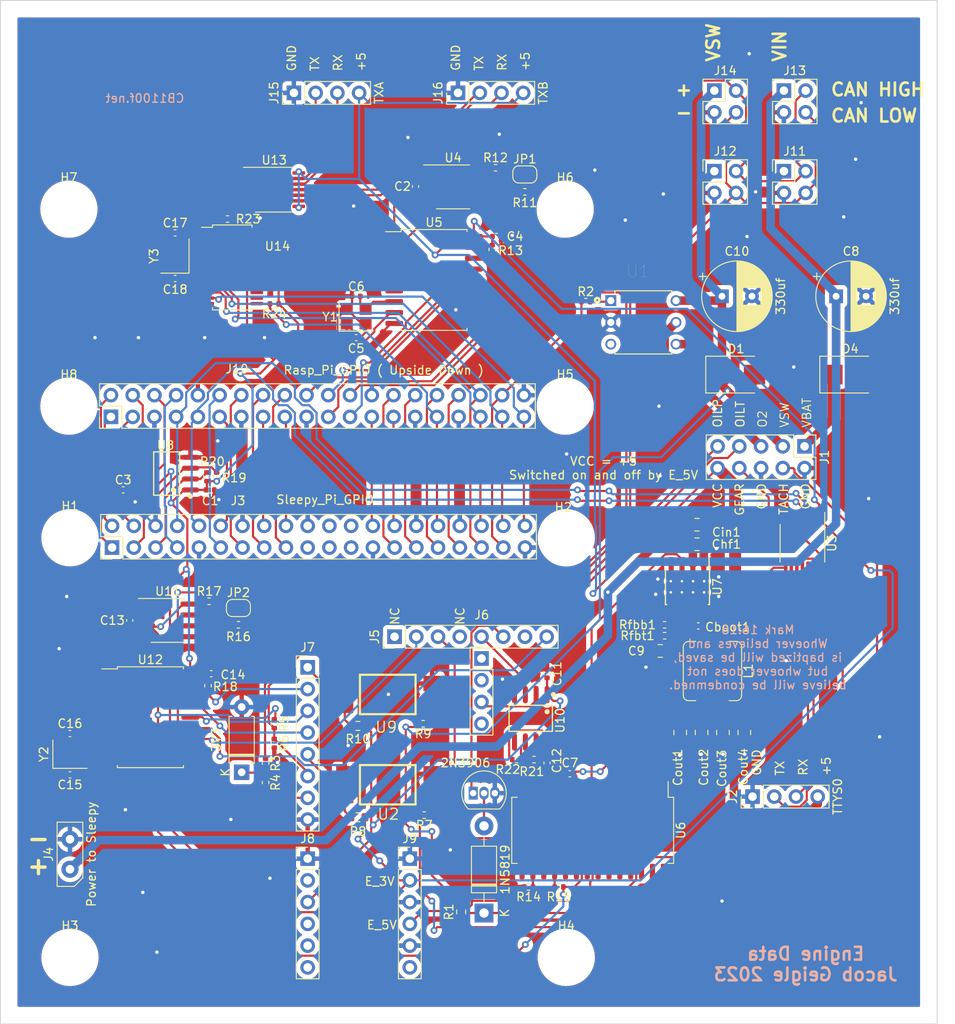
<source format=kicad_pcb>
(kicad_pcb (version 20211014) (generator pcbnew)
  (layers (0 "F.Cu" jumper) (31 "B.Cu" signal) (34 "B.Paste" user) (35 "F.Paste" user) (36 "B.SilkS" user "B.Silkscreen") (37 "F.SilkS" user "F.Silkscreen") (38 "B.Mask" user) (39 "F.Mask" user) (44 "Edge.Cuts" user))
  (net 0 "")
  (net 1 "/GEAR")
  (net 2 "Net-(D2-Pad2)")
  (net 3 "GND")
  (net 4 "Net-(R7-Pad1)")
  (net 5 "/VBAT")
  (net 6 "/VSW")
  (net 7 "/TACH")
  (net 8 "/O2POW")
  (net 9 "/OIL_T")
  (net 10 "/OIL_P")
  (net 11 "/+5v")
  (net 12 "VCC")
  (net 13 "Net-(C5-Pad2)")
  (net 14 "Net-(C6-Pad2)")
  (net 15 "/GE20")
  (net 16 "/GE19")
  (net 17 "/GO19")
  (net 18 "/GE18")
  (net 19 "/GO18")
  (net 20 "/GO17")
  (net 21 "/GE16")
  (net 22 "/GO16")
  (net 23 "/GO15")
  (net 24 "/GE14")
  (net 25 "/GO14")
  (net 26 "/GE13")
  (net 27 "/GE12")
  (net 28 "/GO12")
  (net 29 "/GE11")
  (net 30 "/GO11")
  (net 31 "/GO10")
  (net 32 "/GE9")
  (net 33 "/GO9")
  (net 34 "/GE8")
  (net 35 "/GO8")
  (net 36 "/GO7")
  (net 37 "/GE6")
  (net 38 "/GO6")
  (net 39 "/GE5")
  (net 40 "/GE4")
  (net 41 "/GO4")
  (net 42 "/S_SDA")
  (net 43 "/S_SCL")
  (net 44 "/S_AREF")
  (net 45 "/LCK")
  (net 46 "/DBL")
  (net 47 "/VIN")
  (net 48 "Net-(R2-Pad2)")
  (net 49 "/GE2")
  (net 50 "/GE1")
  (net 51 "/GO1")
  (net 52 "Net-(R13-Pad1)")
  (net 53 "Net-(R14-Pad1)")
  (net 54 "Net-(R15-Pad2)")
  (net 61 "/MCP2515 w|trans/TXCAN")
  (net 62 "/MCP2515 w|trans/RXCAN")
  (net 78 "/IO Expander/SCL")
  (net 79 "/IO Expander/SDA")
  (net 90 "Net-(C9-Pad2)")
  (net 91 "Net-(Cboot1-Pad1)")
  (net 92 "Net-(Cboot1-Pad2)")
  (net 93 "Net-(Rfbb1-Pad1)")
  (net 95 "E_3V3")
  (net 96 "3V3")
  (net 97 "Net-(C15-Pad2)")
  (net 98 "Net-(C16-Pad2)")
  (net 99 "/PC1_A1")
  (net 100 "/PD5_5")
  (net 101 "/PD6_6")
  (net 102 "/PB0_8")
  (net 103 "/PD7_7")
  (net 104 "/PD3_3")
  (net 105 "/PC3_A3")
  (net 106 "/S_SCK")
  (net 107 "/TXD_1")
  (net 108 "/RXD_0")
  (net 109 "/PB1_9")
  (net 110 "/PB2_10")
  (net 111 "/S_MOSI_11")
  (net 112 "/S_MISO_12")
  (net 113 "/PD2_2")
  (net 114 "E_5V")
  (net 115 "E_VIN")
  (net 116 "/Pi_SDA")
  (net 117 "/PI_SCL")
  (net 118 "/CAN_H")
  (net 119 "/CAN_L")
  (net 120 "Net-(JP2-Pad2)")
  (net 121 "Net-(R9-Pad1)")
  (net 122 "/MCP2515 w|trans1/EN_TX")
  (net 123 "Net-(R18-Pad1)")
  (net 126 "/MCP2515 w|trans1/TXCAN")
  (net 127 "/MCP2515 w|trans1/RXCAN")
  (net 134 "/SH_SDA")
  (net 135 "/SH_SCL")
  (net 136 "Net-(C17-Pad1)")
  (net 137 "Net-(C18-Pad2)")
  (net 138 "Net-(J15-Pad2)")
  (net 139 "Net-(J15-Pad3)")
  (net 140 "Net-(J16-Pad2)")
  (net 141 "Net-(J16-Pad3)")
  (net 142 "/UARTs/RST")
  (net 143 "/UARTs/TXA")
  (net 144 "/UARTs/RXA")
  (net 145 "/UARTs/TXB")
  (net 146 "/UARTs/RXB")
  (net 161 "Net-(J2-Pad2)")
  (net 162 "Net-(J2-Pad3)")
  (net 163 "Net-(JP1-Pad2)")
  (footprint "Resistor_SMD:R_0402_1005Metric" (layer "F.Cu") (at 113.157 110.038)
    (fp_text reference "R17")
    (fp_text value "100k")
  )
  (footprint "Diode_THT:D_A-405_P7.62mm_Horizontal" (layer "F.Cu") (at 116.967001 130 90)
    (fp_text reference "D3")
    (fp_text value "3V3")
  )
  (footprint "Capacitor_SMD:C_0402_1005Metric" (layer "F.Cu") (at 146.756 67.437 180)
    (fp_text reference "C4")
    (fp_text value "100nf")
  )
  (footprint "TCA9517:SOIC-8_L4.9-W3.9-P1.27-LS6.0-BL" (layer "F.Cu") (at 150.749 123.698 180)
    (fp_text reference "U10")
    (fp_text value "TCA9517DR")
  )
  (footprint "MountingHole:MountingHole_2.7mm_M2.5" (layer "F.Cu") (at 154.774 87.249)
    (fp_text reference "H5")
    (fp_text value "MountingHole")
  )
  (footprint "Crystal:Crystal_SMD_3225-4Pin_3.2x2.5mm" (layer "F.Cu") (at 109.164 69.723 90)
    (fp_text reference "Y3")
    (fp_text value "14.7456 Mhz")
  )
  (footprint "Resistor_SMD:R_0402_1005Metric" (layer "F.Cu") (at 149.098 128.524 180)
    (fp_text reference "R22")
    (fp_text value "4K7 1%")
  )
  (footprint "Capacitor_SMD:C_0402_1005Metric" (layer "F.Cu") (at 113.411 118.491 180)
    (fp_text reference "C14")
    (fp_text value "100nf")
  )
  (footprint "Connector_PinHeader_2.54mm:PinHeader_2x02_P2.54mm_Vertical" (layer "F.Cu") (at 180.335 59.812)
    (fp_text reference "J11")
    (fp_text value "2x2")
  )
  (footprint "TCA9517:SOIC-8_L4.9-W3.9-P1.27-LS6.0-BL" (layer "F.Cu") (at 108.204 95.123 90)
    (fp_text reference "U8")
    (fp_text value "TCA9517DR")
  )
  (footprint "Capacitor_SMD:C_0402_1005Metric" (layer "F.Cu") (at 103.124 97.028)
    (fp_text reference "C3")
    (fp_text value "100nf")
  )
  (footprint "Resistor_SMD:R_0402_1005Metric" (layer "F.Cu") (at 119.761001 128.936999 -90)
    (fp_text reference "R3")
    (fp_text value "2k")
  )
  (footprint "Connector_PinHeader_2.54mm:PinHeader_2x02_P2.54mm_Vertical" (layer "F.Cu") (at 180.335 50.409)
    (fp_text reference "J13")
    (fp_text value "2x2")
  )
  (footprint "Resistor_SMD:R_0402_1005Metric" (layer "F.Cu") (at 114.046 95.504 90)
    (fp_text reference "R19")
    (fp_text value "2k")
  )
  (footprint "Capacitor_SMD:C_0805_2012Metric" (layer "F.Cu") (at 170.714668 125.352 -90)
    (fp_text reference "Cout2")
    (fp_text value "22uF")
  )
  (footprint "Capacitor_SMD:C_0402_1005Metric" (layer "F.Cu") (at 137.287 61.595 90)
    (fp_text reference "C2")
    (fp_text value "100nf")
  )
  (footprint "Capacitor_SMD:C_0402_1005Metric" (layer "F.Cu") (at 155.321 130.175 180)
    (fp_text reference "C7")
    (fp_text value "100nf")
  )
  (footprint "Capacitor_SMD:C_0402_1005Metric" (layer "F.Cu") (at 152.654 118.491 -90)
    (fp_text reference "C11")
    (fp_text value "100nf")
  )
  (footprint "Resistor_SMD:R_0402_1005Metric" (layer "F.Cu") (at 112.903 95.504 90)
    (fp_text reference "R20")
    (fp_text value "2k")
  )
  (footprint "Diode_SMD:D_SMB" (layer "F.Cu") (at 188.087 83.566)
    (fp_text reference "D4")
    (fp_text value "15V standoff")
  )
  (footprint "Capacitor_SMD:C_0805_2012Metric" (layer "F.Cu") (at 165.888668 115.835)
    (fp_text reference "C9")
    (fp_text value "1 uF")
  )
  (footprint "Package_SO:SOIC-8_3.9x4.9mm_P1.27mm" (layer "F.Cu") (at 141.676 61.648)
    (fp_text reference "U4")
    (fp_text value "TJA1051T")
  )
  (footprint "Jumper:SolderJumper-2_P1.3mm_Open_RoundedPad1.0x1.5mm" (layer "F.Cu") (at 116.586 110.818)
    (fp_text reference "JP2")
    (fp_text value "Jumper_NO_Small")
  )
  (footprint "Connector_PinHeader_2.54mm:PinHeader_1x06_P2.54mm_Vertical" (layer "F.Cu") (at 136.618 140.081)
    (fp_text reference "J9")
    (fp_text value "Conn_01x06")
  )
  (footprint "Connector_PinHeader_2.54mm:PinHeader_1x08_P2.54mm_Vertical" (layer "F.Cu") (at 134.835 114.173 90)
    (fp_text reference "J5")
    (fp_text value "Conn_01x08")
  )
  (footprint "Jumper:SolderJumper-2_P1.3mm_Open_RoundedPad1.0x1.5mm" (layer "F.Cu") (at 150.058 60.198)
    (fp_text reference "JP1")
    (fp_text value "Jumper_NO_Small")
  )
  (footprint "MountingHole:MountingHole_2.7mm_M2.5" (layer "F.Cu") (at 154.774 64.249)
    (fp_text reference "H6")
    (fp_text value "MountingHole")
  )
  (footprint "Resistor_SMD:R_0402_1005Metric" (layer "F.Cu") (at 166.396668 114.057 180)
    (fp_text reference "Rfbt1")
    (fp_text value "100k 1%")
  )
  (footprint "Package_SO:TSSOP-14_4.4x5mm_P0.65mm" (layer "F.Cu") (at 182.499 103.261 -90)
    (fp_text reference "U3")
    (fp_text value "TXB0104PW")
  )
  (footprint "Resistor_SMD:R_0402_1005Metric" (layer "F.Cu") (at 119.761001 131.190999 -90)
    (fp_text reference "R4")
    (fp_text value "2k")
  )
  (footprint "Modules:EasyEDA-C183799-smd-SOP-4_L6.5-W4.6-P2.54-LS10.2-TL" (layer "F.Cu") (at 134.112 120.904 180)
    (fp_text reference "U9")
    (fp_text value "EL817" hide)
  )
  (footprint "Connector_PinHeader_2.54mm:PinHeader_2x20_P2.54mm_Vertical" (layer "F.Cu") (at 101.82 103.764 90)
    (fp_text reference "J3")
    (fp_text value "Sleepy_Pi_GPIO")
  )
  (footprint "Resistor_SMD:R_0402_1005Metric" (layer "F.Cu") (at 146.629 59.418)
    (fp_text reference "R12")
    (fp_text value "100k")
  )
  (footprint "Connector_PinHeader_2.54mm:PinHeader_2x02_P2.54mm_Vertical" (layer "F.Cu") (at 172.207 50.409)
    (fp_text reference "J14")
    (fp_text value "2x2")
  )
  (footprint "Connector_PinHeader_2.54mm:PinHeader_1x04_P2.54mm_Vertical" (layer "F.Cu") (at 144.995 116.713)
    (fp_text reference "J6")
    (fp_text value "Conn_01x04")
  )
  (footprint "Crystal:Crystal_SMD_3225-4Pin_3.2x2.5mm" (layer "F.Cu") (at 96.901 127.889)
    (fp_text reference "Y2")
    (fp_text value "12Mhz")
  )
  (footprint "Connector_PinHeader_2.54mm:PinHeader_1x04_P2.54mm_Vertical" (layer "F.Cu") (at 142.25 50.673 90)
    (fp_text reference "J16")
    (fp_text value "TXB")
  )
  (footprint "Diode_SMD:D_SMB" (layer "F.Cu") (at 174.752 83.566)
    (fp_text reference "D1")
    (fp_text value "15V standoff")
  )
  (footprint "Inductor_SMD:L_Bourns_SRP7028A_7.3x6.6mm" (layer "F.Cu") (at 171.984668 118.179 -90)
    (fp_text reference "L1")
    (fp_text value "8uH, 14m")
  )
  (footprint "Resistor_SMD:R_0402_1005Metric" (layer "F.Cu") (at 151.13 128.524)
    (fp_text reference "R21")
    (fp_text value "4K7 1%")
  )
  (footprint "Capacitor_SMD:C_0805_2012Metric" (layer "F.Cu") (at 168.217 125.352 -90)
    (fp_text reference "Cout1")
    (fp_text value "22uF")
  )
  (footprint "Modules:EasyEDA-C183799-smd-SOP-4_L6.5-W4.6-P2.54-LS10.2-TL" (layer "F.Cu") (at 134.112 131.445 180)
    (fp_text reference "U2")
    (fp_text value "EL817" hide)
  )
  (footprint "Capacitor_SMD:C_0402_1005Metric" (layer "F.Cu") (at 109.192 67.0195)
    (fp_text reference "C17")
    (fp_text value "30pf")
  )
  (footprint "Resistor_SMD:R_0603_1608Metric" (layer "F.Cu") (at 130.556 124.587)
    (fp_text reference "R10")
    (fp_text value "10k")
  )
  (footprint "Capacitor_SMD:C_0402_1005Metric" (layer "F.Cu") (at 113.284 97.028 180)
    (fp_text reference "C1")
    (fp_text value "100nf")
  )
  (footprint "Capacitor_SMD:C_0805_2012Metric" (layer "F.Cu") (at 173.212334 125.352 -90)
    (fp_text reference "Cout3")
    (fp_text value "22uF")
  )
  (footprint "MountingHole:MountingHole_2.7mm_M2.5" (layer "F.Cu") (at 96.901 102.616)
    (fp_text reference "H1")
    (fp_text value "MountingHole")
  )
  (footprint "Capacitor_SMD:C_0805_2012Metric" (layer "F.Cu") (at 175.71 125.352 -90)
    (fp_text reference "Cout4")
    (fp_text value "22uF")
  )
  (footprint "Capacitor_SMD:C_0402_1005Metric" (layer "F.Cu") (at 96.901 130.302 180)
    (fp_text reference "C15")
    (fp_text value "33pf")
  )
  (footprint "Capacitor_SMD:C_0402_1005Metric" (layer "F.Cu") (at 170.333668 112.914)
    (fp_text reference "Cboot1")
    (fp_text value "100nf")
  )
  (footprint "Modules:Texas_HSOP-8-1EP_3.9x4.9mm_P1.27mm_ThermalVias" (layer "F.Cu") (at 169.063668 108.342 -90)
    (fp_text reference "U7")
    (fp_text value "LMR33630ADDA")
  )
  (footprint "Capacitor_SMD:C_0402_1005Metric" (layer "F.Cu") (at 130.345 74.422)
    (fp_text reference "C6")
    (fp_text value "33pf")
  )
  (footprint "Capacitor_THT:CP_Radial_D8.0mm_P3.50mm" (layer "F.Cu") (at 186.434349 74.422)
    (fp_text reference "C8")
    (fp_text value "330uf")
  )
  (footprint "Capacitor_SMD:C_0402_1005Metric" (layer "F.Cu") (at 103.886 112.268 90)
    (fp_text reference "C13")
    (fp_text value "100nf")
  )
  (footprint "Resistor_SMD:R_0402_1005Metric" (layer "F.Cu") (at 146.248 68.961 90)
    (fp_text reference "R13")
    (fp_text value "100k")
  )
  (footprint "Package_SO:SOIC-18W_7.5x11.6mm_P1.27mm" (layer "F.Cu") (at 106.299 123.571)
    (fp_text reference "U12")
    (fp_text value "MCP2515-xSO")
  )
  (footprint "Connector_PinHeader_2.54mm:PinHeader_1x06_P2.54mm_Vertical" (layer "F.Cu") (at 124.68 140.081)
    (fp_text reference "J8")
    (fp_text value "Conn_01x06")
  )
  (footprint "Connector_PinHeader_2.54mm:PinHeader_1x04_P2.54mm_Vertical" (layer "F.Cu") (at 176.667 132.842 90)
    (fp_text reference "J2")
    (fp_text value "TTYS0")
  )
  (footprint "Capacitor_SMD:C_0402_1005Metric" (layer "F.Cu") (at 130.345 79.248 180)
    (fp_text reference "C5")
    (fp_text value "33pf")
  )
  (footprint "Capacitor_THT:CP_Radial_D8.0mm_P3.50mm" (layer "F.Cu") (at 173.099349 74.422)
    (fp_text reference "C10")
    (fp_text value "330uf")
  )
  (footprint "Resistor_SMD:R_0402_1005Metric" (layer "F.Cu") (at 150.058 62.23)
    (fp_text reference "R11")
    (fp_text value "120R")
  )
  (footprint "Package_SO:SOIC-28W_7.5x18.7mm_P1.27mm" (layer "F.Cu") (at 157.988 136.779 -90)
    (fp_text reference "U6")
    (fp_text value "MCP23017-E/SO")
  )
  (footprint "Connector_PinHeader_2.54mm:PinHeader_1x04_P2.54mm_Vertical" (layer "F.Cu") (at 123.073 50.673 90)
    (fp_text reference "J15")
    (fp_text value "TXA")
  )
  (footprint "Package_SO:TSSOP-14_4.4x5mm_P0.65mm" (layer "F.Cu") (at 120.777 61.976)
    (fp_text reference "U13")
    (fp_text value "TXB0104PW")
  )
  (footprint "Capacitor_SMD:C_0402_1005Metric" (layer "F.Cu") (at 109.192 72.3535)
    (fp_text reference "C18")
    (fp_text value "30pf")
  )
  (footprint "Capacitor_SMD:C_0805_2012Metric" (layer "F.Cu") (at 170.18 101.092 180)
    (fp_text reference "Cin1")
    (fp_text value "10uf")
  )
  (footprint "Package_SO:SOIC-18W_7.5x11.6mm_P1.27mm" (layer "F.Cu") (at 139.446 72.517)
    (fp_text reference "U5")
    (fp_text value "MCP2515-xSO")
  )
  (footprint "Capacitor_SMD:C_0402_1005Metric" (layer "F.Cu") (at 152.654 128.905 90)
    (fp_text reference "C12")
    (fp_text value "100nf")
  )
  (footprint "MountingHole:MountingHole_2.7mm_M2.5" (layer "F.Cu") (at 96.901 151.616)
    (fp_text reference "H3")
    (fp_text value "MountingHole")
  )
  (footprint "Connector_PinHeader_2.54mm:PinHeader_2x20_P2.54mm_Vertical" (layer "F.Cu") (at 101.688 88.506 90)
    (fp_text reference "J10")
    (fp_text value "Rasp_Pi_GPIO ( Upside Down )")
  )
  (footprint "Resistor_SMD:R_0402_1005Metric" (layer "F.Cu") (at 116.586 112.776)
    (fp_text reference "R16")
    (fp_text value "120R")
  )
  (footprint "Resistor_SMD:R_0402_1005Metric" (layer "F.Cu") (at 166.394668 112.787 180)
    (fp_text reference "Rfbb1")
    (fp_text value "24K9 1%")
  )
  (footprint "Resistor_SMD:R_0402_1005Metric" (layer "F.Cu") (at 120.777 124.331 -90)
    (fp_text reference "R5")
    (fp_text value "470")
  )
  (footprint "G3VM-31BR:DIP762W50P254L737H485Q6" (layer "F.Cu") (at 163.9165 77.47)
    (fp_text reference "U1")
    (fp_text value "G3VM-31BR")
  )
  (footprint "Resistor_SMD:R_0402_1005Metric" (layer "F.Cu") (at 150.495 143.383 180)
    (fp_text reference "R14")
    (fp_text value "4K7 1%")
  )
  (footprint "Modules:S_Pi_PWR" (layer "F.Cu") (at 96.901 139.573 90)
    (fp_text reference "J4")
    (fp_text value "Power to Sleepy")
  )
  (footprint "Connector_PinHeader_2.54mm:PinHeader_2x05_P2.54mm_Vertical" (layer "F.Cu") (at 182.748 91.943 -90)
    (fp_text reference "J1")
    (fp_text value "External Connector")
  )
  (footprint "Resistor_SMD:R_0402_1005Metric" (layer "F.Cu") (at 120.777 75.311 180)
    (fp_text reference "R24")
    (fp_text value "1k")
  )
  (footprint "Resistor_SMD:R_0402_1005Metric" (layer "F.Cu") (at 154.051 143.383 180)
    (fp_text reference "R15")
    (fp_text value "100k")
  )
  (footprint "MountingHole:MountingHole_2.7mm_M2.5" (layer "F.Cu") (at 96.774 87.249)
    (fp_text reference "H8")
    (fp_text value "MountingHole")
  )
  (footprint "Capacitor_SMD:C_0402_1005Metric" (layer "F.Cu") (at 96.901 125.476)
    (fp_text reference "C16")
    (fp_text value "33pf")
  )
  (footprint "Capacitor_SMD:C_0805_2012Metric" (layer "F.Cu") (at 170.18 103.378 180)
    (fp_text reference "Chf1")
    (fp_text value "220nf")
  )
  (footprint "MountingHole:MountingHole_2.7mm_M2.5" (layer "F.Cu") (at 96.774 64.249)
    (fp_text reference "H7")
    (fp_text value "MountingHole")
  )
  (footprint "Package_TO_SOT_THT:TO-92_Inline" (layer "F.Cu") (at 144.018 132.44)
    (fp_text reference "Q1")
    (fp_text value "2N3906")
  )
  (footprint "Resistor_SMD:R_0402_1005Metric" (layer "F.Cu") (at 138.176 124.333 180)
    (fp_text reference "R9")
    (fp_text value "1k")
  )
  (footprint "Package_SO:TSSOP-28_4.4x9.7mm_P0.65mm" (layer "F.Cu") (at 115.867 71.056)
    (fp_text reference "U14")
    (fp_text value "SC16IS752IPW")
  )
  (footprint "Resistor_SMD:R_0402_1005Metric" (layer "F.Cu") (at 157.1855 75.057)
    (fp_text reference "R2")
    (fp_text value "2k")
  )
  (footprint "Resistor_SMD:R_0402_1005Metric" (layer "F.Cu") (at 115.316 65.405 180)
    (fp_text reference "R23")
    (fp_text value "1k")
  )
  (footprint "Connector_PinHeader_2.54mm:PinHeader_2x02_P2.54mm_Vertical" (layer "F.Cu") (at 172.207 59.812)
    (fp_text reference "J12")
    (fp_text value "2x2")
  )
  (footprint "Connector_PinHeader_2.54mm:PinHeader_1x08_P2.54mm_Vertical" (layer "F.Cu") (at 124.68 117.744)
    (fp_text reference "J7")
    (fp_text value "Conn_01x08")
  )
  (footprint "Resistor_SMD:R_0402_1005Metric" (layer "F.Cu") (at 138.303 135.001 180)
    (fp_text reference "R7")
    (fp_text value "1k")
  )
  (footprint "MountingHole:MountingHole_2.7mm_M2.5" (layer "F.Cu") (at 154.901 151.616)
    (fp_text reference "H4")
    (fp_text value "MountingHole")
  )
  (footprint "Resistor_SMD:R_0603_1608Metric" (layer "F.Cu") (at 142.621 146.301 90)
    (fp_text reference "R1")
    (fp_text value "2.2k")
  )
  (footprint "Package_SO:SOIC-8_3.9x4.9mm_P1.27mm" (layer "F.Cu") (at 108.331 112.268)
    (fp_text reference "U11")
    (fp_text value "TJA1051T")
  )
  (footprint "MountingHole:MountingHole_2.7mm_M2.5" (layer "F.Cu") (at 154.901 102.616)
    (fp_text reference "H2")
    (fp_text value "MountingHole")
  )
  (footprint "Crystal:Crystal_SMD_3225-4Pin_3.2x2.5mm" (layer "F.Cu") (at 130.345 76.837)
    (fp_text reference "Y1")
    (fp_text value "12Mhz")
  )
  (footprint "Resistor_SMD:R_0402_1005Metric" (layer "F.Cu") (at 113.03 119.888 90)
    (fp_text reference "R18")
    (fp_text value "100k")
  )
  (footprint "Diode_THT:D_DO-41_SOD81_P10.16mm_Horizontal" (layer "F.Cu") (at 145.288 146.431 90)
    (fp_text reference "D2")
    (fp_text value "1N5819")
  )
  (footprint "Resistor_SMD:R_0402_1005Metric" (layer "F.Cu") (at 120.777 126.619 -90)
    (fp_text reference "R6")
    (fp_text value "1k")
  )
  (footprint "Resistor_SMD:R_0603_1608Metric" (layer "F.Cu") (at 130.556 135.255)
    (fp_text reference "R8")
    (fp_text value "10k")
  )
  (gr_rect locked (start 88.773 39.878) (end 198.247 159.385) (layer "Edge.Cuts") (width 0.1) (fill none))
  (gr_text "JLCJLCJLCJLC" (at 105.664 125.984 90) (layer "F.Cu") (effects (font (size 1.5 1.5) (thickness 0.3))))
  (gr_text "Engine Data\nJacob Geigle 2023" (at 182.88 152.4) (layer "B.SilkS") (effects (font (size 1.5 1.5) (thickness 0.3)) (justify mirror)))
  (gr_text "CB1100f.net" (at 105.664 51.308) (layer "B.SilkS") (effects (font (size 1 1)) (justify mirror)))
  (gr_text "Mark 16:16\nWhoever believes and\nis baptized will be saved,\nbut whoever does not\nbelieve will be condemned." (at 177.292 116.586) (layer "B.SilkS") (effects (font (size 1 1)) (justify mirror)))
  (gr_text "GND" (at 182.88 97.79 90) (layer "F.SilkS") (effects (font (size 1 1))))
  (gr_text "VSW" (at 180.417561 88.272905 90) (layer "F.SilkS") (effects (font (size 1 1) (thickness 0.125))))
  (gr_text "VBAT" (at 183.007 88.011 90) (layer "F.SilkS") (effects (font (size 1 1) (thickness 0.125))))
  (gr_text "+5" (at 185.293 129.286 90) (layer "F.SilkS") (effects (font (size 1 1))))
  (gr_text "E_5V" (at 133.35 147.828) (layer "F.SilkS") (effects (font (size 1 1))))
  (gr_text "VCC = +5\nSwitched on and off by E_5V" (at 159.258 94.488) (layer "F.SilkS") (effects (font (size 1 1))))
  (gr_text "GND" (at 177.165 128.857429 90) (layer "F.SilkS") (effects (font (size 1 1))))
  (gr_text "OILT" (at 175.219937 88.188976 90) (layer "F.SilkS") (effects (font (size 1 1))))
  (gr_text "CAN HIGH" (at 191.304571 50.287) (layer "F.SilkS") (effects (font (size 1.5 1.5) (thickness 0.3))))
  (gr_text "GND" (at 122.809 46.609 90) (layer "F.SilkS") (effects (font (size 1 1))))
  (gr_text "TX" (at 144.695333 47.228095 90) (layer "F.SilkS") (effects (font (size 1 1))))
  (gr_text "RX" (at 182.583666 129.405048 90) (layer "F.SilkS") (effects (font (size 1 1))))
  (gr_text "GND" (at 177.7365 97.79 90) (layer "F.SilkS") (effects (font (size 1 1))))
  (gr_text "+5" (at 130.937 47.037571 90) (layer "F.SilkS") (effects (font (size 1 1))))
  (gr_text "GND" (at 141.986 46.561429 90) (layer "F.SilkS") (effects (font (size 1 1))))
  (gr_text "CAN LOW" (at 190.876 53.335) (layer "F.SilkS") (effects (font (size 1.5 1.5) (thickness 0.3))))
  (gr_text "TACH" (at 180.30825 98.099524 90) (layer "F.SilkS") (effects (font (size 1 1))))
  (gr_text "TX" (at 125.518333 47.275666 90) (layer "F.SilkS") (effects (font (size 1 1))))
  (gr_text "TX" (at 179.874333 129.524095 90) (layer "F.SilkS") (effects (font (size 1 1))))
  (gr_text "E_3V" (at 133.096 142.748) (layer "F.SilkS") (effects (font (size 1 1))))
  (gr_text "OILP" (at 172.593 88.069929 90) (layer "F.SilkS") (effects (font (size 1 1))))
  (gr_text "VSW" (at 172.08 44.778429 90) (layer "F.SilkS") (effects (font (size 1.5 1.5) (thickness 0.3))))
  (gr_text "NC" (at 142.494 111.76 90) (layer "F.SilkS") (effects (font (size 1 1))))
  (gr_text "RX" (at 128.227666 47.156619 90) (layer "F.SilkS") (effects (font (size 1 1))))
  (gr_text "+5" (at 150.114 46.99 90) (layer "F.SilkS") (effects (font (size 1 1))))
  (gr_text "O2" (at 177.828124 88.749095 90) (layer "F.SilkS") (effects (font (size 1 1) (thickness 0.125))))
  (gr_text "RX" (at 147.404666 47.109048 90) (layer "F.SilkS") (effects (font (size 1 1))))
  (gr_text "GEAR" (at 175.16475 98.147143 90) (layer "F.SilkS") (effects (font (size 1 1))))
  (gr_text "VCC" (at 172.593 97.694762 90) (layer "F.SilkS") (effects (font (size 1 1))))
  (gr_text "-\n+" (at 93.218 139.319) (layer "F.SilkS") (effects (font (size 2 2) (thickness 0.4))))
  (gr_text "-" (at 168.651 52.954) (layer "F.SilkS") (effects (font (size 1.5 1.5) (thickness 0.3))))
  (gr_text "+" (at 168.651 50.287) (layer "F.SilkS") (effects (font (size 1.5 1.5) (thickness 0.3))))
  (gr_text "VIN" (at 179.827 45.207 90) (layer "F.SilkS") (effects (font (size 1.5 1.5) (thickness 0.3))))
  (gr_text "NC" (at 134.874 111.76 90) (layer "F.SilkS") (effects (font (size 1 1))))
  (segment (start 143.518487 146.431) (end 145.288 146.431) (width 0.25) (layer "F.Cu") (net 1))
  (segment (start 183.007 102.997) (end 180.721 102.997) (width 0.25) (layer "F.Cu") (net 1))
  (segment (start 159.173032 146.431) (end 163.07848 142.525552) (width 0.25) (layer "F.Cu") (net 1))
  (segment (start 163.07848 142.525552) (end 163.07848 140.632448) (width 0.25) (layer "F.Cu") (net 1))
  (segment (start 143.299457 146.65003) (end 143.518487 146.431) (width 0.25) (layer "F.Cu") (net 1))
  (segment (start 187.198 107.188) (end 183.007 102.997) (width 0.25) (layer "F.Cu") (net 1))
  (segment (start 145.288 146.431) (end 159.173032 146.431) (width 0.25) (layer "F.Cu") (net 1))
  (segment (start 163.805959 139.904969) (end 181.024031 139.904969) (width 0.25) (layer "F.Cu") (net 1))
  (segment (start 178.562 100.838) (end 178.562 97.917) (width 0.25) (layer "F.Cu") (net 1))
  (segment (start 143.096969 146.650031) (end 143.299457 146.65003) (width 0.25) (layer "F.Cu") (net 1))
  (segment (start 187.198 133.731) (end 187.198 107.188) (width 0.25) (layer "F.Cu") (net 1))
  (segment (start 181.024031 139.904969) (end 187.198 133.731) (width 0.25) (layer "F.Cu") (net 1))
  (segment (start 178.562 97.917) (end 175.128 94.483) (width 0.25) (layer "F.Cu") (net 1))
  (segment (start 142.621 147.126) (end 143.096969 146.650031) (width 0.25) (layer "F.Cu") (net 1))
  (segment (start 163.07848 140.632448) (end 163.805959 139.904969) (width 0.25) (layer "F.Cu") (net 1))
  (segment (start 180.721 102.997) (end 178.562 100.838) (width 0.25) (layer "F.Cu") (net 1))
  (segment (start 145.288 136.271) (end 145.288 132.44) (width 0.25) (layer "F.Cu") (net 2))
  (segment (start 103.886 111.788) (end 105.701 111.788) (width 0.25) (layer "F.Cu") (net 3))
  (segment (start 129.54617 79.88252) (end 129.99568 80.33203) (width 0.25) (layer "F.Cu") (net 3))
  (segment (start 129.99568 80.33203) (end 131.687525 80.33203) (width 0.25) (layer "F.Cu") (net 3))
  (segment (start 131.687525 80.33203) (end 134.422555 77.597) (width 0.25) (layer "F.Cu") (net 3))
  (segment (start 137.287 61.115) (end 139.099 61.115) (width 0.25) (layer "F.Cu") (net 3))
  (segment (start 95.901 127.039) (end 97.601 128.739) (width 0.25) (layer "F.Cu") (net 3))
  (segment (start 131.445 78.628) (end 131.445 77.687) (width 0.25) (layer "F.Cu") (net 3))
  (segment (start 98.001 128.739) (end 98.001 129.682) (width 0.25) (layer "F.Cu") (net 3))
  (segment (start 129.145 75.987) (end 128.220489 76.911511) (width 0.25) (layer "F.Cu") (net 3))
  (segment (start 108.712 72.3535) (end 108.712 71.1565) (width 0.25) (layer "F.Cu") (net 3))
  (segment (start 98.001 129.682) (end 97.381 130.302) (width 0.25) (layer "F.Cu") (net 3))
  (segment (start 131.445 78.628) (end 130.825 79.248) (width 0.25) (layer "F.Cu") (net 3))
  (segment (start 104.03407 98.425) (end 104.521 98.425) (width 0.25) (layer "F.Cu") (net 3))
  (segment (start 98.913969 131.386031) (end 96.207031 131.386031) (width 0.25) (layer "F.Cu") (net 3))
  (segment (start 101.649 128.651) (end 98.913969 131.386031) (width 0.25) (layer "F.Cu") (net 3))
  (segment (start 129.865 74.422) (end 129.865 75.367) (width 0.25) (layer "F.Cu") (net 3))
  (segment (start 129.345 75.987) (end 131.045 77.687) (width 0.25) (layer "F.Cu") (net 3))
  (segment (start 113.0045 72.031) (end 111.528 72.031) (width 0.25) (layer "F.Cu") (net 3))
  (segment (start 171.13 101.092) (end 170.968668 101.253332) (width 1) (layer "F.Cu") (net 3))
  (segment (start 94.776489 129.955489) (end 94.776489 127.092511) (width 0.25) (layer "F.Cu") (net 3))
  (segment (start 170.968668 106.437) (end 169.063668 108.342) (width 0.25) (layer "F.Cu") (net 3))
  (segment (start 94.83 127.039) (end 95.801 127.039) (width 0.25) (layer "F.Cu") (net 3))
  (segment (start 96.421 126.419) (end 95.801 127.039) (width 0.25) (layer "F.Cu") (net 3))
  (segment (start 144.151 59.743) (end 145.794 59.743) (width 0.25) (layer "F.Cu") (net 3))
  (segment (start 170.968668 105.642) (end 170.968668 106.437) (width 0.25) (layer "F.Cu") (net 3))
  (segment (start 109.672 67.0195) (end 109.672 68.2165) (width 0.25) (layer "F.Cu") (net 3))
  (segment (start 94.776489 127.092511) (end 94.83 127.039) (width 0.25) (layer "F.Cu") (net 3))
  (segment (start 128.220489 78.570419) (end 129.53259 79.88252) (width 0.25) (layer "F.Cu") (net 3))
  (segment (start 96.207031 131.386031) (end 94.776489 129.955489) (width 0.25) (layer "F.Cu") (net 3))
  (segment (start 128.220489 76.911511) (end 128.220489 78.570419) (width 0.25) (layer "F.Cu") (net 3))
  (segment (start 102.644 97.03493) (end 104.03407 98.425) (width 0.25) (layer "F.Cu") (net 3))
  (segment (start 118.7295 70.731) (end 120.023 70.731) (width 0.25) (layer "F.Cu") (net 3))
  (segment (start 129.865 75.367) (end 129.245 75.987) (width 0.25) (layer "F.Cu") (net 3))
  (segment (start 96.421 125.476) (end 96.421 126.419) (width 0.25) (layer "F.Cu") (net 3))
  (segment (start 129.53259 79.88252) (end 129.54617 79.88252) (width 0.25) (layer "F.Cu") (net 3))
  (segment (start 170.968668 101.253332) (end 170.968668 105.642) (width 1) (layer "F.Cu") (net 3))
  (segment (start 145.794 59.743) (end 146.119 59.418) (width 0.25) (layer "F.Cu") (net 3))
  (via (at 168.148 128.016) (size 0.8) (drill 0.4) (layers "F.Cu" "B.Cu") (net 3))
  (via (at 136.398 55.88) (size 0.8) (drill 0.4) (layers "F.Cu" "B.Cu") (net 3))
  (via (at 114.3 98.171) (size 0.8) (drill 0.4) (layers "F.Cu" "B.Cu") (net 3))
  (via (at 103.378 134.366) (size 0.8) (drill 0.4) (layers "F.Cu" "B.Cu") (net 3))
  (via (at 154.94 92.837) (size 0.8) (drill 0.4) (layers "F.Cu" "B.Cu") (net 3))
  (via (at 161.798 65.532) (size 0.8) (drill 0.4) (layers "F.Cu" "B.Cu") (net 3))
  (via (at 188.722 58.42) (size 0.8) (drill 0.4) (layers "F.Cu" "B.Cu") (net 3))
  (via (at 172.72 109.474) (size 0.8) (drill 0.4) (layers "F.Cu" "B.Cu") (net 3))
  (via (at 165.862 95.377) (size 0.8) (drill 0.4) (layers "F.Cu" "B.Cu") (net 3))
  (via (at 130.048 63.881) (size 0.8) (drill 0.4) (layers "F.Cu" "B.Cu") (net 3))
  (via (at 121.158 128.8675) (size 0.8) (drill 0.4) (layers "F.Cu" "B.Cu") (net 3))
  (via (at 172.72 107.188) (size 0.8) (drill 0.4) (layers "F.Cu" "B.Cu") (net 3))
  (via (at 147.447 119.126) (size 0.8) (drill 0.4) (layers "F.Cu" "B.Cu") (net 3))
  (via (at 99.822 79.248) (size 0.8) (drill 0.4) (layers "F.Cu" "B.Cu") (net 3))
  (via (at 158.242 59.69) (size 0.8) (drill 0.4) (layers "F.Cu" "B.Cu") (net 3))
  (via (at 176.276 46.101) (size 0.8) (drill 0.4) (layers "F.Cu" "B.Cu") (net 3))
  (via (at 105.41 144.018) (size 0.8) (drill 0.4) (layers "F.Cu" "B.Cu") (net 3))
  (via (at 119.634 79.248) (size 0.8) (drill 0.4) (layers "F.Cu" "B.Cu") (net 3))
  (via (at 177.038 62.23) (size 0.8) (drill 0.4) (layers "F.Cu" "B.Cu") (net 3))
  (via (at 172.450536 103.870536) (size 0.8) (drill 0.4) (layers "F.Cu" "B.Cu") (net 3))
  (via (at 96.52 109.474) (size 0.8) (drill 0.4) (layers "F.Cu" "B.Cu") (net 3))
  (via (at 104.902 79.248) (size 0.8) (drill 0.4) (layers "F.Cu" "B.Cu") (net 3))
  (via (at 148.59 67.31) (size 0.8) (drill 0.4) (layers "F.Cu" "B.Cu") (net 3))
  (via (at 141.351 139.065) (size 0.8) (drill 0.4) (layers "F.Cu" "B.Cu") (net 3))
  (via (at 107.061 151.003) (size 0.8) (drill 0.4) (layers "F.Cu" "B.Cu") (net 3))
  (via (at 104.521 98.425) (size 0.8) (drill 0.4) (layers "F.Cu" "B.Cu") (net 3))
  (via (at 142 76) (size 0.8) (drill 0.4) (layers "F.Cu" "B.Cu") (net 3))
  (via (at 190.246 98.044) (size 0.8) (drill 0.4) (layers "F.Cu" "B.Cu") (net 3))
  (via (at 189.357 51.816) (size 0.8) (drill 0.4) (layers "F.Cu" "B.Cu") (net 3))
  (via (at 95.631 115.57) (size 0.8) (drill 0.4) (layers "F.Cu" "B.Cu") (net 3))
  (via (at 187.325 65.151) (size 0.8) (drill 0.4) (layers "F.Cu" "B.Cu") (net 3))
  (via (at 129.413 126.873) (size 0.8) (drill 0.4) (layers "F.Cu" "B.Cu") (net 3))
  (via (at 165.608 107.442) (size 0.8) (drill 0.4) (layers "F.Cu" "B.Cu") (net 3))
  (via (at 165.354 109.22) (size 0.8) (drill 0.4) (layers "F.Cu" "B.Cu") (net 3))
  (via (at 112.649 79.248) (size 0.8) (drill 0.4) (layers "F.Cu" "B.Cu") (net 3))
  (via (at 180.594 116.967) (size 0.8) (drill 0.4) (layers "F.Cu" "B.Cu") (net 3))
  (via (at 181.483 82.677) (size 0.8) (drill 0.4) (layers "F.Cu" "B.Cu") (net 3))
  (via (at 147.066 55.499) (size 0.8) (drill 0.4) (layers "F.Cu" "B.Cu") (net 3))
  (via (at 165.735 87.249) (size 0.8) (drill 0.4) (layers "F.Cu" "B.Cu") (net 3))
  (via (at 173.101 145.034) (size 0.8) (drill 0.4) (layers "F.Cu" "B.Cu") (net 3))
  (via (at 176.022 67.437) (size 0.8) (drill 0.4) (layers "F.Cu" "B.Cu") (net 3))
  (via (at 134.112 120.904) (size 0.8) (drill 0.4) (layers "F.Cu" "B.Cu") (net 3))
  (via (at 170.688 127.889) (size 0.8) (drill 0.4) (layers "F.Cu" "B.Cu") (net 3))
  (via (at 114.173 91.313) (size 0.8) (drill 0.4) (layers "F.Cu" "B.Cu") (net 3))
  (via (at 119.126 65.278) (size 0.8) (drill 0.4) (layers "F.Cu" "B.Cu") (net 3))
  (via (at 120.269 142.367) (size 0.8) (drill 0.4) (layers "F.Cu" "B.Cu") (net 3))
  (via (at 164.211 117.729) (size 0.8) (drill 0.4) (layers "F.Cu" "B.Cu") (net 3))
  (via (at 175.768 127.889) (size 0.8) (drill 0.4) (layers "F.Cu" "B.Cu") (net 3))
  (via (at 191.5203 125.8613) (size 0.8) (drill 0.4) (layers "F.Cu" "B.Cu") (net 3))
  (via (at 173.228 127.889) (size 0.8) (drill 0.4) (layers "F.Cu" "B.Cu") (net 3))
  (via (at 115.697 135.509) (size 0.8) (drill 0.4) (layers "F.Cu" "B.Cu") (net 3))
  (via (at 166.243 62.484) (size 0.8) (drill 0.4) (layers "F.Cu" "B.Cu") (net 3))
  (segment (start 104.521 98.425) (end 104.521 98.845) (width 0.25) (layer "B.Cu") (net 3))
  (segment (start 104.521 98.845) (end 106.9 101.224) (width 0.25) (layer "B.Cu") (net 3))
  (segment (start 139.212091 132.714898) (end 139.212091 134.601909) (width 0.25) (layer "F.Cu") (net 4))
  (segment (start 139.212091 134.601909) (end 138.813 135.001) (width 0.25) (layer "F.Cu") (net 4))
  (segment (start 185.937 83.566) (end 185.937 88.754) (width 1) (layer "F.Cu") (net 5))
  (segment (start 169.23 101.092) (end 167.64 101.092) (width 1) (layer "F.Cu") (net 5))
  (segment (start 167.64 101.092) (end 159.766 108.966) (width 1) (layer "F.Cu") (net 5))
  (segment (start 185.937 88.754) (end 182.748 91.943) (width 1) (layer "F.Cu") (net 5))
  (segment (start 169.698668 101.560668) (end 169.698668 105.642) (width 1) (layer "F.Cu") (net 5))
  (segment (start 169.23 101.092) (end 169.698668 101.560668) (width 1) (layer "F.Cu") (net 5))
  (segment (start 186.434349 74.168) (end 186.434349 83.068651) (width 1) (layer "F.Cu") (net 5))
  (via (at 159.766 108.966) (size 0.8) (drill 0.4) (layers "F.Cu" "B.Cu") (net 5))
  (segment (start 186.434349 74.168) (end 178.785489 66.51914) (width 1) (layer "B.Cu") (net 5))
  (segment (start 163.322 105.41) (end 181.991 105.41) (width 1) (layer "B.Cu") (net 5))
  (segment (start 146.812 127) (end 159.766 114.046) (width 1) (layer "B.Cu") (net 5))
  (segment (start 186.434349 100.966651) (end 186.434349 74.168) (width 1) (layer "B.Cu") (net 5))
  (segment (start 137.761 127) (end 146.812 127) (width 1) (layer "B.Cu") (net 5))
  (segment (start 96.901 141.323) (end 100.302 137.922) (width 1) (layer "B.Cu") (net 5))
  (segment (start 178.785489 66.51914) (end 178.785489 51.958511) (width 1) (layer "B.Cu") (net 5))
  (segment (start 178.785489 61.361511) (end 180.335 59.812) (width 1) (layer "B.Cu") (net 5))
  (segment (start 126.839 137.922) (end 137.761 127) (width 1) (layer "B.Cu") (net 5))
  (segment (start 181.991 105.41) (end 186.434349 100.966651) (width 1) (layer "B.Cu") (net 5))
  (segment (start 100.302 137.922) (end 126.839 137.922) (width 1) (layer "B.Cu") (net 5))
  (segment (start 159.766 108.966) (end 163.322 105.41) (width 1) (layer "B.Cu") (net 5))
  (segment (start 159.766 114.046) (end 159.766 108.966) (width 1) (layer "B.Cu") (net 5))
  (segment (start 178.785489 51.958511) (end 180.335 50.409) (width 1) (layer "B.Cu") (net 5))
  (segment (start 172.591349 74.93) (end 173.099349 74.422) (width 1) (layer "F.Cu") (net 6))
  (segment (start 137.285 124.714) (end 137.666 124.333) (width 0.25) (layer "F.Cu") (net 6))
  (segment (start 136.144 136.017) (end 136.779 136.652) (width 0.25) (layer "F.Cu") (net 6))
  (segment (start 180.208 91.943) (end 172.602 84.337) (width 1) (layer "F.Cu") (net 6))
  (segment (start 136.144 124.714) (end 136.144 136.017) (width 0.25) (layer "F.Cu") (net 6))
  (segment (start 173.099349 74.422) (end 173.099349 83.068651) (width 1) (layer "F.Cu") (net 6))
  (segment (start 169.046 80.01) (end 172.602 83.566) (width 1) (layer "F.Cu") (net 6))
  (segment (start 172.602 84.337) (end 172.602 83.566) (width 1) (layer "F.Cu") (net 6))
  (segment (start 167.7265 74.93) (end 172.591349 74.93) (width 1) (layer "F.Cu") (net 6))
  (segment (start 136.144 124.714) (end 137.285 124.714) (width 0.25) (layer "F.Cu") (net 6))
  (segment (start 139.192 136.906) (end 139.192 142.047) (width 0.25) (layer "F.Cu") (net 6))
  (segment (start 167.7265 80.01) (end 169.046 80.01) (width 1) (layer "F.Cu") (net 6))
  (segment (start 139.192 142.047) (end 142.621 145.476) (width 0.25) (layer "F.Cu") (net 6))
  (via (at 136.144 124.714) (size 0.8) (drill 0.4) (layers "F.Cu" "B.Cu") (net 6))
  (via (at 139.192 136.906) (size 0.8) (drill 0.4) (layers "F.Cu" "B.Cu") (net 6))
  (via (at 173.736 85.471) (size 0.8) (drill 0.4) (layers "F.Cu" "B.Cu") (net 6))
  (via (at 136.779 136.652) (size 0.8) (drill 0.4) (layers "F.Cu" "B.Cu") (net 6))
  (segment (start 136.937511 125.507511) (end 136.144 124.714) (width 0.25) (layer "B.Cu") (net 6))
  (segment (start 145.481499 125.507511) (end 136.937511 125.507511) (width 0.25) (layer "B.Cu") (net 6))
  (segment (start 158.825031 94.793969) (end 158.825031 112.163979) (width 0.25) (layer "B.Cu") (net 6))
  (segment (start 136.779 136.652) (end 137.033 136.906) (width 0.25) (layer "B.Cu") (net 6))
  (segment (start 170.657489 61.361511) (end 172.207 59.812) (width 1) (layer "B.Cu") (net 6))
  (segment (start 173.736 85.471) (end 165.989 93.218) (width 0.25) (layer "B.Cu") (net 6))
  (segment (start 160.401 93.218) (end 158.825031 94.793969) (width 0.25) (layer "B.Cu") (net 6))
  (segment (start 170.657489 61.361511) (end 170.657489 51.958511) (width 1) (layer "B.Cu") (net 6))
  (segment (start 137.033 136.906) (end 139.192 136.906) (width 0.25) (layer "B.Cu") (net 6))
  (segment (start 173.099349 74.422) (end 170.657489 71.98014) (width 1) (layer "B.Cu") (net 6))
  (segment (start 170.657489 51.958511) (end 172.207 50.409) (width 1) (layer "B.Cu") (net 6))
  (segment (start 158.825031 112.163979) (end 145.481499 125.507511) (width 0.25) (layer "B.Cu") (net 6))
  (segment (start 170.657489 71.98014) (end 170.657489 61.361511) (width 1) (layer "B.Cu") (net 6))
  (segment (start 165.989 93.218) (end 160.401 93.218) (width 0.25) (layer "B.Cu") (net 6))
  (segment (start 182.261501 95.657511) (end 181.573489 94.969499) (width 0.25) (layer "F.Cu") (net 7))
  (segment (start 182.525511 95.657511) (end 182.261501 95.657511) (width 0.25) (layer "F.Cu") (net 7))
  (segment (start 187.647511 127.186193) (end 191.224501 123.609203) (width 0.25) (layer "F.Cu") (net 7))
  (segment (start 181.573489 94.969499) (end 181.573489 94.646408) (width 0.25) (layer "F.Cu") (net 7))
  (segment (start 181.410081 94.483) (end 180.208 94.483) (width 0.25) (layer "F.Cu") (net 7))
  (segment (start 137.793 143.635) (end 139.192 145.034) (width 0.25) (layer "F.Cu") (net 7))
  (segment (start 191.224501 104.356501) (end 182.525511 95.657511) (width 0.25) (layer "F.Cu") (net 7))
  (segment (start 187.647511 133.917193) (end 187.647511 127.186193) (width 0.25) (layer "F.Cu") (net 7))
  (segment (start 191.224501 123.609203) (end 191.224501 104.356501) (width 0.25) (layer "F.Cu") (net 7))
  (segment (start 181.573489 94.646408) (end 181.410081 94.483) (width 0.25) (layer "F.Cu") (net 7))
  (segment (start 139.446 148.463) (end 139.827 148.082) (width 0.25) (layer "F.Cu") (net 7))
  (segment (start 173.482704 148.082) (end 187.647511 133.917193) (width 0.25) (layer "F.Cu") (net 7))
  (segment (start 137.793 135.001) (end 137.793 143.635) (width 0.25) (layer "F.Cu") (net 7))
  (segment (start 139.827 148.082) (end 173.482704 148.082) (width 0.25) (layer "F.Cu") (net 7))
  (via (at 139.446 148.463) (size 0.8) (drill 0.4) (layers "F.Cu" "B.Cu") (net 7))
  (via (at 139.192 145.034) (size 0.8) (drill 0.4) (layers "F.Cu" "B.Cu") (net 7))
  (segment (start 139.192 145.034) (end 139.446 145.288) (width 0.25) (layer "B.Cu") (net 7))
  (segment (start 139.446 145.288) (end 139.446 148.463) (width 0.25) (layer "B.Cu") (net 7))
  (segment (start 167.7265 77.47) (end 166.396989 78.799511) (width 1) (layer "F.Cu") (net 8))
  (segment (start 171.140511 85.415511) (end 177.668 91.943) (width 1) (layer "F.Cu") (net 8))
  (segment (start 170.652489 85.415511) (end 171.140511 85.415511) (width 1) (layer "F.Cu") (net 8))
  (segment (start 166.396989 81.160011) (end 170.652489 85.415511) (width 1) (layer "F.Cu") (net 8))
  (segment (start 166.396989 78.799511) (end 166.396989 81.160011) (width 1) (layer "F.Cu") (net 8))
  (segment (start 153.01499 112.395) (end 127.679978 112.395) (width 0.25) (layer "F.Cu") (net 9))
  (segment (start 127.679978 112.395) (end 120.13248 119.942498) (width 0.25) (layer "F.Cu") (net 9))
  (segment (start 172.101501 93.308489) (end 153.01499 112.395) (width 0.25) (layer "F.Cu") (net 9))
  (segment (start 120.777 124.841) (end 120.777 126.109) (width 0.25) (layer "F.Cu") (net 9))
  (segment (start 175.128 91.943) (end 173.762511 93.308489) (width 0.25) (layer "F.Cu") (net 9))
  (segment (start 120.13248 119.942498) (end 120.13248 124.19648) (width 0.25) (layer "F.Cu") (net 9))
  (segment (start 124.68 130.012) (end 120.777 126.109) (width 0.25) (layer "F.Cu") (net 9))
  (segment (start 173.762511 93.308489) (end 172.101501 93.308489) (width 0.25) (layer "F.Cu") (net 9))
  (segment (start 120.13248 124.19648) (end 120.777 124.841) (width 0.25) (layer "F.Cu") (net 9))
  (segment (start 119.68297 124.382674) (end 119.701807 124.401511) (width 0.25) (layer "F.Cu") (net 10))
  (segment (start 127.493784 111.94549) (end 119.68297 119.756304) (width 0.25) (layer "F.Cu") (net 10))
  (segment (start 119.68297 119.756304) (end 119.68297 124.382674) (width 0.25) (layer "F.Cu") (net 10))
  (segment (start 119.701807 124.401511) (end 119.701807 128.367807) (width 0.25) (layer "F.Cu") (net 10))
  (segment (start 152.585511 111.945489) (end 127.493784 111.94549) (width 0.25) (layer "F.Cu") (net 10))
  (segment (start 172.588 91.943) (end 152.585511 111.945489) (width 0.25) (layer "F.Cu") (net 10))
  (segment (start 152.03948 125.11848) (end 152.659 125.738) (width 0.25) (layer "F.Cu") (net 12))
  (segment (start 107.5 113) (end 105.953 113) (width 0.25) (layer "F.Cu") (net 12))
  (segment (start 156.083 130.457) (end 155.801 130.175) (width 0.25) (layer "F.Cu") (net 12))
  (segment (start 156.845 129.921) (end 156.055 129.921) (width 0.25) (layer "F.Cu") (net 12))
  (segment (start 175.71 124.402) (end 168.217 124.402) (width 0.25) (layer "F.Cu") (net 12))
  (segment (start 180.549 105.435639) (end 180.549 106.1235) (width 0.25) (layer "F.Cu") (net 12))
  (segment (start 152.654 128.425) (end 152.654 126.473) (width 0.25) (layer "F.Cu") (net 12))
  (segment (start 107.188 123.317) (end 107.188 136.95001) (width 0.25) (layer "F.Cu") (net 12))
  (segment (start 171.984668 120.904) (end 171.984668 123.132) (width 1) (layer "F.Cu") (net 12))
  (segment (start 138.993 62.075) (end 139.201 62.283) (width 0.25) (layer "F.Cu") (net 12))
  (segment (start 156.718 142.515072) (end 155.850072 143.383) (width 0.25) (layer "F.Cu") (net 12))
  (segment (start 151.64 129.542) (end 151.64 128.524) (width 0.25) (layer "F.Cu") (net 12))
  (segment (start 179.1185 106.1235) (end 174.634179 110.607821) (width 0.25) (layer "F.Cu") (net 12))
  (segment (start 156.083 131.979) (end 156.718 132.614) (width 0.25) (layer "F.Cu") (net 12))
  (segment (start 154.559 143.385) (end 154.559 144.272) (width 0.25) (layer "F.Cu") (net 12))
  (segment (start 148.588 128.524) (end 148.22948 128.16548) (width 0.25) (layer "F.Cu") (net 12))
  (segment (start 105.953 113) (end 105.856 112.903) (width 0.25) (layer "F.Cu") (net 12))
  (segment (start 171.715 120.904) (end 168.217 124.402) (width 1) (layer "F.Cu") (net 12))
  (segment (start 146.17352 60.38348) (end 147.139 59.418) (width 0.25) (layer "F.Cu") (net 12))
  (segment (start 156.083 132.280072) (end 154.886072 133.477) (width 0.25) (layer "F.Cu") (net 12))
  (segment (start 180.923159 105.06148) (end 180.549 105.435639) (width 0.25) (layer "F.Cu") (net 12))
  (segment (start 164.396 124.402) (end 158.877 129.921) (width 0.25) (layer "F.Cu") (net 12))
  (segment (start 168.217 124.402) (end 164.396 124.402) (width 0.25) (layer "F.Cu") (net 12))
  (segment (start 120.904 122.555) (end 120.904 123.694) (width 0.25) (layer "F.Cu") (net 12))
  (segment (start 172.588 94.483) (end 158.0255 109.0455) (width 0.25) (layer "F.Cu") (net 12))
  (segment (start 174.634179 96.529179) (end 174.634179 110.607821) (width 1.4) (layer "F.Cu") (net 12))
  (segment (start 175.768 134.874) (end 174.498 133.604) (width 1) (layer "F.Cu") (net 12))
  (segment (start 184.074841 105.06148) (end 180.923159 105.06148) (width 0.25) (layer "F.Cu") (net 12))
  (segment (start 156.055 129.921) (end 155.801 130.175) (width 0.25) (layer "F.Cu") (net 12))
  (segment (start 141.043283 62.283) (end 142.942803 60.38348) (width 0.25) (layer "F.Cu") (net 12))
  (segment (start 156.083 131.979) (end 156.083 130.457) (width 0.25) (layer "F.Cu") (net 12))
  (segment (start 156.718 132.614) (end 156.718 142.515072) (width 0.25) (layer "F.Cu") (net 12))
  (segment (start 139.201 62.283) (end 141.043283 62.283) (width 0.25) (layer "F.Cu") (net 12))
  (segment (start 158.0255 109.0455) (end 158.0255 109.130682) (width 0.25) (layer "F.Cu") (net 12))
  (segment (start 165.886668 116.420493) (end 170.370175 120.904) (width 0.25) (layer "F.Cu") (net 12))
  (segment (start 137.287 62.075) (end 138.993 62.075) (width 0.25) (layer "F.Cu") (net 12))
  (segment (start 107.188 113.858928) (end 107.188 123.317) (width 0.25) (layer "F.Cu") (net 12))
  (segment (start 152.89752 133.33952) (end 152.89752 130.54552) (width 0.25) (layer "F.Cu") (net 12))
  (segment (start 152.781 130.429) (end 152.527 130.429) (width 0.25) (layer "F.Cu") (net 12))
  (segment (start 177.165 128.27) (end 177.165 125.689176) (width 1) (layer "F.Cu") (net 12))
  (segment (start 171.984668 123.174334) (end 173.212334 124.402) (width 1) (layer "F.Cu") (net 12))
  (segment (start 106.232072 112.903) (end 107.188 113.858928) (width 0.25) (layer "F.Cu") (net 12))
  (segment (start 152.654 128.425) (end 151.739 128.425) (width 0.25) (layer "F.Cu") (net 12))
  (segment (start 184.287 133.721) (end 183.134 134.874) (width 1) (layer "F.Cu") (net 12))
  (segment (start 171.984668 123.132) (end 170.714668 124.402) (width 1) (layer "F.Cu") (net 12))
  (segment (start 148.812489 151.415511) (end 150.114 150.114) (width 0.25) (layer "F.Cu") (net 12))
  (segment (start 183.134 134.874) (end 175.768 134.874) (width 1) (layer "F.Cu") (net 12))
  (segment (start 180.549 106.1235) (end 179.1185 106.1235) (width 0.25) (layer "F.Cu") (net 12))
  (segment (start 142.942803 60.38348) (end 146.17352 60.38348) (width 0.25) (layer "F.Cu") (net 12))
  (segment (start 152.89752 130.54552) (end 152.781 130.429) (width 0.25) (layer "F.Cu") (net 12))
  (segment (start 174.634179 118.254489) (end 171.984668 120.904) (width 1.4) (layer "F.Cu") (net 12))
  (segment (start 112.629 109) (end 109.5 109) (width 0.25) (layer "F.Cu") (net 12))
  (segment (start 172.212 120.904) (end 175.71 124.402) (width 1) (layer "F.Cu") (net 12))
  (segment (start 184.449 105.435639) (end 184.074841 105.06148) (width 0.25) (layer "F.Cu") (net 12))
  (segment (start 172.588 94.483) (end 174.634179 96.529179) (width 1.4) (layer "F.Cu") (net 12))
  (segment (start 174.498 133.604) (end 174.498 130.937) (width 1) (layer "F.Cu") (net 12))
  (segment (start 148.22948 128.16548) (end 148.22948 125.32852) (width 0.25) (layer "F.Cu") (net 12))
  (segment (start 154.886072 133.477) (end 153.035 133.477) (width 0.25) (layer "F.Cu") (net 12))
  (segment (start 140.50052 62.75552) (end 140.50052 68.66848) (width 0.25) (layer "F.Cu") (net 12))
  (segment (start 121.653501 151.415511) (end 148.812489 151.415511) (width 0.25) (layer "F.Cu") (net 12))
  (segment (start 184.287 132.842) (end 184.287 133.721) (width 1) (layer "F.Cu") (net 12))
  (segment (start 140.50052 68.66848) (end 139.573 69.596) (width 0.25) (layer "F.Cu") (net 12))
  (segment (start 113.667 110.038) (end 112.629 109) (width 0.25) (layer "F.Cu") (net 12))
  (segment (start 171.984668 120.904) (end 171.984668 123.174334) (width 0.25) (layer "F.Cu") (net 12))
  (segment (start 174.634179 110.607821) (end 174.634179 118.254489) (width 1.4) (layer "F.Cu") (net 12))
  (segment (start 165.886668 114.057) (end 165.886668 116.420493) (width 0.25) (layer "F.Cu") (net 12))
  (segment (start 153.035 133.477) (end 152.89752 133.33952) (width 0.25) (layer "F.Cu") (net 12))
  (segment (start 152.527 130.429) (end 151.64 129.542) (width 0.25) (layer "F.Cu") (net 12))
  (segment (start 174.498 130.937) (end 177.165 128.27) (width 1) (layer "F.Cu") (net 12))
  (segment (start 184.449 106.1235) (end 184.449 105.435639) (width 0.25) (layer "F.Cu") (net 12))
  (segment (start 140.028 62.283) (end 140.50052 62.75552) (width 0.25) (layer "F.Cu") (net 12))
  (segment (start 155.850072 143.383) (end 154.561 143.383) (width 0.25) (layer "F.Cu") (net 12))
  (segment (start 148.22948 125.32852) (end 148.43952 125.11848) (width 0.25) (layer "F.Cu") (net 12))
  (segment (start 103.886 112.748) (end 105.701 112.748) (width 0.25) (layer "F.Cu") (net 12))
  (segment (start 148.43952 125.11848) (end 152.03948 125.11848) (width 0.25) (layer "F.Cu") (net 12))
  (segment (start 177.165 125.689176) (end 175.877824 124.402) (width 1) (layer "F.Cu") (net 12))
  (segment (start 107.188 136.95001) (end 121.653501 151.415511) (width 0.25) (layer "F.Cu") (net 12))
  (via (at 120.904 122.555) (size 0.8) (drill 0.4) (layers "F.Cu" "B.Cu") (net 12))
  (via (at 123.6395 59.8765) (size 0.8) (drill 0.4) (layers "F.Cu" "B.Cu") (net 12))
  (via (at 154.559 144.272) (size 0.8) (drill 0.4) (layers "F.Cu" "B.Cu") (net 12))
  (via (at 109.5 109) (size 0.8) (drill 0.4) (layers "F.Cu" "B.Cu") (net 12))
  (via (at 158.877 129.921) (size 0.8) (drill 0.4) (layers "F.Cu" "B.Cu") (net 12))
  (via (at 158.0255 109.130682) (size 0.8) (drill 0.4) (layers "F.Cu" "B.Cu") (net 12))
  (via (at 150.114 150.114) (size 0.8) (drill 0.4) (layers "F.Cu" "B.Cu") (net 12))
  (via (at 107.188 123.317) (size 0.8) (drill 0.4) (layers "F.Cu" "B.Cu") (net 12))
  (via (at 139.573 69.596) (size 0.8) (drill 0.4) (layers "F.Cu" "B.Cu") (net 12))
  (via (at 123.6395 64.0755) (size 0.8) (drill 0.4) (layers "F.Cu" "B.Cu") (net 12))
  (via (at 156.845 129.921) (size 0.8) (drill 0.4) (layers "F.Cu" "B.Cu") (net 12))
  (via (at 107.5 113) (size 0.8) (drill 0.4) (layers "F.Cu" "B.Cu") (net 12))
  (segment (start 130.693 50.673) (end 130.693 60.716) (width 0.25) (layer "B.Cu") (net 12))
  (segment (start 141.732 69.596) (end 143.51 69.596) (width 0.25) (layer "B.Cu") (net 12))
  (segment (start 107.188 123.317) (end 115.406978 123.317) (width 0.25) (layer "B.Cu") (net 12))
  (segment (start 131.867511 51.847511) (end 130.693 50.673) (width 0.25) (layer "B.Cu") (net 12))
  (segment (start 130.693 60.716) (end 124.479 60.716) (width 0.25) (layer "B.Cu") (net 12))
  (segment (start 115.742489 123.652511) (end 119.806489 123.652511) (width 0.25) (layer "B.Cu") (net 12))
  (segment (start 150.114 150.114) (end 154.559 145.669) (width 0.25) (layer "B.Cu") (net 12))
  (segment (start 109.5 111) (end 107.5 113) (width 0.25) (layer "B.Cu") (net 12))
  (segment (start 158.375521 101.176805) (end 158.375521 108.780661) (width 0.25) (layer "B.Cu") (net 12))
  (segment (start 115.406978 123.317) (end 115.742489 123.652511) (width 0.25) (layer "B.Cu") (net 12))
  (segment (start 124.479 60.716) (end 123.6395 59.8765) (width 0.25) (layer "B.Cu") (net 12))
  (segment (start 139.573 69.596) (end 141.732 69.596) (width 0.25) (layer "B.Cu") (net 12))
  (segment (start 109.5 109) (end 109.5 111) (width 0.25) (layer "B.Cu") (net 12))
  (segment (start 130.693 60.716) (end 139.573 69.596) (width 0.25) (layer "B.Cu") (net 12))
  (segment (start 158.877 129.921) (end 156.845 129.921) (width 0.25) (layer "B.Cu") (net 12))
  (segment (start 149.87 50.673) (end 148.695489 51.847511) (width 0.25) (layer "B.Cu") (net 12))
  (segment (start 158.248521 101.049805) (end 158.375521 101.176805) (width 0.25) (layer "B.Cu") (net 12))
  (segment (start 148.695489 51.847511) (end 131.867511 51.847511) (width 0.25) (layer "B.Cu") (net 12))
  (segment (start 158.375521 108.780661) (end 158.0255 109.130682) (width 0.25) (layer "B.Cu") (net 12))
  (segment (start 143.51 69.596) (end 158.248521 84.334521) (width 0.25) (layer "B.Cu") (net 12))
  (segment (start 158.248521 84.334521) (end 158.248521 101.049805) (width 0.25) (layer "B.Cu") (net 12))
  (segment (start 154.559 145.669) (end 154.559 144.272) (width 0.25) (layer "B.Cu") (net 12))
  (segment (start 119.806489 123.652511) (end 120.904 122.555) (width 0.25) (layer "B.Cu") (net 12))
  (segment (start 123.6395 64.0755) (end 123.6395 59.8765) (width 0.25) (layer "B.Cu") (net 12))
  (segment (start 129.865 78.307) (end 129.245 77.687) (width 0.25) (layer "F.Cu") (net 13))
  (segment (start 131.15741 79.88252) (end 130.49259 79.88252) (width 0.25) (layer "F.Cu") (net 13))
  (segment (start 130.49259 79.88252) (end 129.245 78.63493) (width 0.25) (layer "F.Cu") (net 13))
  (segment (start 134.369928 76.327) (end 132.469511 78.227417) (width 0.25) (layer "F.Cu") (net 13))
  (segment (start 132.469511 78.227417) (end 132.469511 78.570419) (width 0.25) (layer "F.Cu") (net 13))
  (segment (start 129.865 79.248) (end 129.865 78.307) (width 0.25) (layer "F.Cu") (net 13))
  (segment (start 129.245 78.63493) (end 129.245 77.687) (width 0.25) (layer "F.Cu") (net 13))
  (segment (start 132.469511 78.570419) (end 131.15741 79.88252) (width 0.25) (layer "F.Cu") (net 13))
  (segment (start 132.375 75.057) (end 131.445 75.987) (width 0.25) (layer "F.Cu") (net 14))
  (segment (start 134.796 75.057) (end 132.375 75.057) (width 0.25) (layer "F.Cu") (net 14))
  (segment (start 130.825 74.422) (end 130.825 75.367) (width 0.25) (layer "F.Cu") (net 14))
  (segment (start 130.825 75.367) (end 131.445 75.987) (width 0.25) (layer "F.Cu") (net 14))
  (segment (start 113.0045 74.631) (end 114.117994 74.631) (width 0.25) (layer "F.Cu") (net 15))
  (segment (start 149.948 88.506) (end 149.948 101.092) (width 0.25) (layer "F.Cu") (net 15))
  (segment (start 114.117994 74.631) (end 114.268851 74.781857) (width 0.25) (layer "F.Cu") (net 15))
  (via (at 114.268851 74.781857) (size 0.8) (drill 0.4) (layers "F.Cu" "B.Cu") (net 15))
  (segment (start 148.773489 85.146489) (end 138.086499 74.459499) (width 0.25) (layer "B.Cu") (net 15))
  (segment (start 138.086499 74.459499) (end 114.591209 74.459499) (width 0.25) (layer "B.Cu") (net 15))
  (segment (start 149.948 88.506) (end 148.773489 87.331489) (width 0.25) (layer "B.Cu") (net 15))
  (segment (start 148.773489 87.331489) (end 148.773489 85.146489) (width 0.25) (layer "B.Cu") (net 15))
  (segment (start 114.591209 74.459499) (end 114.268851 74.781857) (width 0.25) (layer "B.Cu") (net 15))
  (segment (start 115.824 74.676704) (end 115.824 75.311) (width 0.25) (layer "F.Cu") (net 16))
  (segment (start 114.478296 73.331) (end 115.824 74.676704) (width 0.25) (layer "F.Cu") (net 16))
  (segment (start 113.0045 73.331) (end 114.478296 73.331) (width 0.25) (layer "F.Cu") (net 16))
  (segment (start 147.408 88.506) (end 147.408 101.092) (width 0.25) (layer "F.Cu") (net 16))
  (via (at 115.824 75.311) (size 0.8) (drill 0.4) (layers "F.Cu" "B.Cu") (net 16))
  (segment (start 135.87401 75.311) (end 115.824 75.311) (width 0.25) (layer "B.Cu") (net 16))
  (segment (start 147.408 88.506) (end 146.042511 87.140511) (width 0.25) (layer "B.Cu") (net 16))
  (segment (start 146.042511 87.140511) (end 146.042511 85.479501) (width 0.25) (layer "B.Cu") (net 16))
  (segment (start 146.042511 85.479501) (end 135.87401 75.311) (width 0.25) (layer "B.Cu") (net 16))
  (segment (start 156.6755 75.057) (end 156.6755 76.6985) (width 0.25) (layer "F.Cu") (net 17))
  (segment (start 156.6755 76.6985) (end 147.408 85.966) (width 0.25) (layer "F.Cu") (net 17))
  (segment (start 146.233489 87.140511) (end 146.233489 102.457489) (width 0.25) (layer "F.Cu") (net 17))
  (segment (start 147.408 85.966) (end 146.233489 87.140511) (width 0.25) (layer "F.Cu") (net 17))
  (segment (start 146.233489 102.457489) (end 147.54 103.764) (width 0.25) (layer "F.Cu") (net 17))
  (segment (start 114.464 72.681) (end 116.586 74.803) (width 0.25) (layer "F.Cu") (net 18))
  (segment (start 116.586 74.803) (end 116.586 76.708) (width 0.25) (layer "F.Cu") (net 18))
  (segment (start 113.0045 72.681) (end 114.464 72.681) (width 0.25) (layer "F.Cu") (net 18))
  (segment (start 116.586 76.708) (end 116.205 77.089) (width 0.25) (layer "F.Cu") (net 18))
  (segment (start 144.868 88.506) (end 144.868 101.092) (width 0.25) (layer "F.Cu") (net 18))
  (via (at 116.205 77.089) (size 0.8) (drill 0.4) (layers "F.Cu" "B.Cu") (net 18))
  (segment (start 143.693489 85.670479) (end 134.98501 76.962) (width 0.25) (layer "B.Cu") (net 18))
  (segment (start 143.693489 87.331489) (end 143.693489 85.670479) (width 0.25) (layer "B.Cu") (net 18))
  (segment (start 116.332 76.962) (end 116.205 77.089) (width 0.25) (layer "B.Cu") (net 18))
  (segment (start 144.868 88.506) (end 143.693489 87.331489) (width 0.25) (layer "B.Cu") (net 18))
  (segment (start 134.98501 76.962) (end 116.332 76.962) (width 0.25) (layer "B.Cu") (net 18))
  (segment (start 113.0045 73.981) (end 114.492592 73.981) (width 0.25) (layer "F.Cu") (net 19))
  (segment (start 144.868 85.966) (end 143.693489 87.140511) (width 0.25) (layer "F.Cu") (net 19))
  (segment (start 114.492592 73.981) (end 115.099499 74.587907) (width 0.25) (layer "F.Cu") (net 19))
  (segment (start 143.693489 102.457489) (end 145 103.764) (width 0.25) (layer "F.Cu") (net 19))
  (segment (start 115.099499 76.110499) (end 115.189 76.2) (width 0.25) (layer "F.Cu") (net 19))
  (segment (start 143.693489 87.140511) (end 143.693489 102.457489) (width 0.25) (layer "F.Cu") (net 19))
  (segment (start 115.099499 74.587907) (end 115.099499 76.110499) (width 0.25) (layer "F.Cu") (net 19))
  (via (at 115.189 76.2) (size 0.8) (drill 0.4) (layers "F.Cu" "B.Cu") (net 19))
  (segment (start 115.3463 76.3573) (end 115.189 76.2) (width 0.25) (layer "B.Cu") (net 19))
  (segment (start 135.2593 76.3573) (end 115.3463 76.3573) (width 0.25) (layer "B.Cu") (net 19))
  (segment (start 144.868 85.966) (end 135.2593 76.3573) (width 0.25) (layer "B.Cu") (net 19))
  (segment (start 141.153489 87.140511) (end 141.153489 102.457489) (width 0.25) (layer "F.Cu") (net 20))
  (segment (start 142.328 85.966) (end 141.153489 87.140511) (width 0.25) (layer "F.Cu") (net 20))
  (segment (start 141.153489 102.457489) (end 142.46 103.764) (width 0.25) (layer "F.Cu") (net 20))
  (segment (start 122.174 77.724) (end 120.267 75.817) (width 0.25) (layer "F.Cu") (net 21))
  (segment (start 139.788 88.506) (end 139.788 101.092) (width 0.25) (layer "F.Cu") (net 21))
  (segment (start 120.267 75.311) (end 118.7595 75.311) (width 0.25) (layer "F.Cu") (net 21))
  (segment (start 120.267 75.817) (end 120.267 75.311) (width 0.25) (layer "F.Cu") (net 21))
  (via (at 122.174 77.724) (size 0.8) (drill 0.4) (layers "F.Cu" "B.Cu") (net 21))
  (segment (start 138.613489 87.331489) (end 138.613489 85.670479) (width 0.25) (layer "B.Cu") (net 21))
  (segment (start 139.788 88.506) (end 138.613489 87.331489) (width 0.25) (layer "B.Cu") (net 21))
  (segment (start 138.613489 85.670479) (end 130.66701 77.724) (width 0.25) (layer "B.Cu") (net 21))
  (segment (start 130.66701 77.724) (end 122.174 77.724) (width 0.25) (layer "B.Cu") (net 21))
  (segment (start 138.613489 102.457489) (end 139.92 103.764) (width 0.25) (layer "F.Cu") (net 22))
  (segment (start 138.613489 87.140511) (end 138.613489 102.457489) (width 0.25) (layer "F.Cu") (net 22))
  (segment (start 139.788 85.966) (end 138.613489 87.140511) (width 0.25) (layer "F.Cu") (net 22))
  (segment (start 136.073489 87.140511) (end 136.073489 102.457489) (width 0.25) (layer "F.Cu") (net 23))
  (segment (start 136.073489 102.457489) (end 137.38 103.764) (width 0.25) (layer "F.Cu") (net 23))
  (segment (start 137.248 85.966) (end 136.073489 87.140511) (width 0.25) (layer "F.Cu") (net 23))
  (segment (start 134.708 88.506) (end 134.708 101.092) (width 0.25) (layer "F.Cu") (net 24))
  (segment (start 133.533489 102.457489) (end 134.84 103.764) (width 0.25) (layer "F.Cu") (net 25))
  (segment (start 134.708 85.966) (end 133.533489 87.140511) (width 0.25) (layer "F.Cu") (net 25))
  (segment (start 133.533489 87.140511) (end 133.533489 102.457489) (width 0.25) (layer "F.Cu") (net 25))
  (segment (start 132.168 88.506) (end 132.168 101.092) (width 0.25) (layer "F.Cu") (net 26))
  (segment (start 136.14552 77.501408) (end 136.14552 77.943552) (width 0.25) (layer "F.Cu") (net 27))
  (segment (start 143.669928 69.977) (end 136.14552 77.501408) (width 0.25) (layer "F.Cu") (net 27))
  (segment (start 136.14552 77.943552) (end 131.920072 82.169) (width 0.25) (layer "F.Cu") (net 27))
  (segment (start 131.920072 82.169) (end 131.191 82.169) (width 0.25) (layer "F.Cu") (net 27))
  (via (at 131.191 82.169) (size 0.8) (drill 0.4) (layers "F.Cu" "B.Cu") (net 27))
  (segment (start 130.993489 87.140511) (end 129.628 88.506) (width 0.25) (layer "B.Cu") (net 27))
  (segment (start 131.191 82.169) (end 130.993489 82.366511) (width 0.25) (layer "B.Cu") (net 27))
  (segment (start 130.993489 82.366511) (end 130.993489 87.140511) (width 0.25) (layer "B.Cu") (net 27))
  (segment (start 146.11851 78.037194) (end 145.99151 78.164194) (width 0.25) (layer "F.Cu") (net 28))
  (segment (start 144.522072 73.787) (end 146.11851 75.383438) (width 0.25) (layer "F.Cu") (net 28))
  (segment (start 145.99151 78.164194) (end 145.99151 78.291194) (width 0.25) (layer "F.Cu") (net 28))
  (segment (start 146.11851 75.383438) (end 146.11851 78.037194) (width 0.25) (layer "F.Cu") (net 28))
  (segment (start 145.99151 78.291194) (end 139.491214 84.79149) (width 0.25) (layer "F.Cu") (net 28))
  (segment (start 139.491214 84.79149) (end 130.802511 84.791489) (width 0.25) (layer "F.Cu") (net 28))
  (segment (start 130.802511 84.791489) (end 129.628 85.966) (width 0.25) (layer "F.Cu") (net 28))
  (segment (start 145.44552 75.980448) (end 145.44552 76.673552) (width 0.25) (layer "F.Cu") (net 29))
  (segment (start 139.178021 84.341979) (end 129.272021 84.341979) (width 0.25) (layer "F.Cu") (net 29))
  (segment (start 145.669 77.851) (end 139.178021 84.341979) (width 0.25) (layer "F.Cu") (net 29))
  (segment (start 145.669 76.897032) (end 145.669 77.851) (width 0.25) (layer "F.Cu") (net 29))
  (segment (start 144.522072 75.057) (end 145.44552 75.980448) (width 0.25) (layer "F.Cu") (net 29))
  (segment (start 128.262511 85.351489) (end 128.262511 87.331489) (width 0.25) (layer "F.Cu") (net 29))
  (segment (start 145.44552 76.673552) (end 145.669 76.897032) (width 0.25) (layer "F.Cu") (net 29))
  (segment (start 129.272021 84.341979) (end 128.262511 85.351489) (width 0.25) (layer "F.Cu") (net 29))
  (segment (start 128.262511 87.331489) (end 127.088 88.506) (width 0.25) (layer "F.Cu") (net 29))
  (segment (start 143.66852 71.247) (end 131.85752 83.058) (width 0.25) (layer "F.Cu") (net 30))
  (segment (start 131.85752 83.058) (end 128.778 83.058) (width 0.25) (layer "F.Cu") (net 30))
  (via (at 128.778 83.058) (size 0.8) (drill 0.4) (layers "F.Cu" "B.Cu") (net 30))
  (segment (start 128.778 84.276) (end 127.088 85.966) (width 0.25) (layer "B.Cu") (net 30))
  (segment (start 128.778 83.058) (end 128.778 84.276) (width 0.25) (layer "B.Cu") (net 30))
  (segment (start 143.034224 72.517) (end 131.658756 83.892468) (width 0.25) (layer "F.Cu") (net 31))
  (segment (start 126.621532 83.892468) (end 124.548 85.966) (width 0.25) (layer "F.Cu") (net 31))
  (segment (start 144.096 72.517) (end 143.034224 72.517) (width 0.25) (layer "F.Cu") (net 31))
  (segment (start 131.658756 83.892468) (end 126.621532 83.892468) (width 0.25) (layer "F.Cu") (net 31))
  (segment (start 122.14 101.224) (end 122.14 88.638) (width 0.25) (layer "F.Cu") (net 32))
  (segment (start 120.965489 90.316499) (end 120.65 90.00101) (width 0.25) (layer "F.Cu") (net 33))
  (segment (start 120.965489 102.589489) (end 120.965489 90.316499) (width 0.25) (layer "F.Cu") (net 33))
  (segment (start 120.65 90.00101) (end 120.65 87.324) (width 0.25) (layer "F.Cu") (net 33))
  (segment (start 122.14 103.764) (end 120.965489 102.589489) (width 0.25) (layer "F.Cu") (net 33))
  (segment (start 120.65 87.324) (end 122.008 85.966) (width 0.25) (layer "F.Cu") (net 33))
  (segment (start 119.468 88.506) (end 119.468 101.092) (width 0.25) (layer "F.Cu") (net 34))
  (segment (start 118.293489 87.140511) (end 118.293489 102.457489) (width 0.25) (layer "F.Cu") (net 35))
  (segment (start 118.293489 102.457489) (end 119.6 103.764) (width 0.25) (layer "F.Cu") (net 35))
  (segment (start 119.468 85.966) (end 118.293489 87.140511) (width 0.25) (layer "F.Cu") (net 35))
  (segment (start 115.694511 87.199489) (end 116.928 85.966) (width 0.25) (layer "F.Cu") (net 36))
  (segment (start 115.694511 102.398511) (end 115.694511 87.199489) (width 0.25) (layer "F.Cu") (net 36))
  (segment (start 117.06 103.764) (end 115.694511 102.398511) (width 0.25) (layer "F.Cu") (net 36))
  (segment (start 115.238 100.506) (end 114.52 101.224) (width 0.25) (layer "F.Cu") (net 37))
  (segment (start 115.238 89.356) (end 115.238 100.506) (width 0.25) (layer "F.Cu") (net 37))
  (segment (start 114.388 88.506) (end 115.238 89.356) (width 0.25) (layer "F.Cu") (net 37))
  (segment (start 114.388 85.966) (end 113.213489 87.140511) (width 0.25) (layer "B.Cu") (net 38))
  (segment (start 113.213489 90.979889) (end 113.246501 91.012901) (width 0.25) (layer "B.Cu") (net 38))
  (segment (start 113.246501 102.490501) (end 114.52 103.764) (width 0.25) (layer "B.Cu") (net 38))
  (segment (start 113.213489 87.140511) (end 113.213489 90.979889) (width 0.25) (layer "B.Cu") (net 38))
  (segment (start 113.246501 91.012901) (end 113.246501 102.490501) (width 0.25) (layer "B.Cu") (net 38))
  (segment (start 181.863361 98.425) (end 181.737 98.425) (width 0.25) (layer "F.Cu") (net 39))
  (segment (start 159.893 98.298) (end 156.337 98.298) (width 0.25) (layer "F.Cu") (net 39))
  (segment (start 183.149 100.3985) (end 183.149 99.710639) (width 0.25) (layer "F.Cu") (net 39))
  (segment (start 183.149 99.710639) (end 181.863361 98.425) (width 0.25) (layer "F.Cu") (net 39))
  (segment (start 156.337 98.298) (end 156.21 98.171) (width 0.25) (layer "F.Cu") (net 39))
  (via (at 156.21 98.171) (size 0.8) (drill 0.4) (layers "F.Cu" "B.Cu") (net 39))
  (via (at 181.737 98.425) (size 0.8) (drill 0.4) (layers "F.Cu" "B.Cu") (net 39))
  (via (at 159.893 98.298) (size 0.8) (drill 0.4) (layers "F.Cu" "B.Cu") (net 39))
  (segment (start 159.893 98.298) (end 181.61 98.298) (width 0.25) (layer "B.Cu") (net 39))
  (segment (start 111.848 87.62701) (end 111.848 88.506) (width 0.25) (layer "B.Cu") (net 39))
  (segment (start 120.642511 86.452499) (end 120.642511 85.479501) (width 0.25) (layer "B.Cu") (net 39))
  (segment (start 130.683 98.171) (end 123.182511 90.670511) (width 0.25) (layer "B.Cu") (net 39))
  (segment (start 156.21 98.171) (end 130.683 98.171) (width 0.25) (layer "B.Cu") (net 39))
  (segment (start 181.61 98.298) (end 181.737 98.425) (width 0.25) (layer "B.Cu") (net 39))
  (segment (start 113.022511 85.670479) (end 113.022511 86.452499) (width 0.25) (layer "B.Cu") (net 39))
  (segment (start 123.182511 88.019501) (end 122.303521 87.140511) (width 0.25) (layer "B.Cu") (net 39))
  (segment (start 123.182511 90.670511) (end 123.182511 88.019501) (width 0.25) (layer "B.Cu") (net 39))
  (segment (start 111.13 89.224) (end 111.848 88.506) (width 0.25) (layer "B.Cu") (net 39))
  (segment (start 120.642511 85.479501) (end 117.84001 82.677) (width 0.25) (layer "B.Cu") (net 39))
  (segment (start 122.303521 87.140511) (end 121.330523 87.140511) (width 0.25) (layer "B.Cu") (net 39))
  (segment (start 113.022511 86.452499) (end 111.848 87.62701) (width 0.25) (layer "B.Cu") (net 39))
  (segment (start 121.330523 87.140511) (end 120.642511 86.452499) (width 0.25) (layer "B.Cu") (net 39))
  (segment (start 117.84001 82.677) (end 116.01599 82.677) (width 0.25) (layer "B.Cu") (net 39))
  (segment (start 111.98 101.224) (end 111.13 100.374) (width 0.25) (layer "B.Cu") (net 39))
  (segment (start 116.01599 82.677) (end 113.022511 85.670479) (width 0.25) (layer "B.Cu") (net 39))
  (segment (start 111.13 100.374) (end 111.13 89.224) (width 0.25) (layer "B.Cu") (net 39))
  (segment (start 159.893 97.155) (end 156.337 97.155) (width 0.25) (layer "F.Cu") (net 40))
  (segment (start 156.337 97.155) (end 156.21 97.028) (width 0.25) (layer "F.Cu") (net 40))
  (segment (start 181.762203 97.425603) (end 181.751495 97.425603) (width 0.25) (layer "F.Cu") (net 40))
  (segment (start 183.799 100.3985) (end 183.799 99.4624) (width 0.25) (layer "F.Cu") (net 40))
  (segment (start 183.799 99.4624) (end 181.762203 97.425603) (width 0.25) (layer "F.Cu") (net 40))
  (via (at 181.751495 97.425603) (size 0.8) (drill 0.4) (layers "F.Cu" "B.Cu") (net 40))
  (via (at 156.21 97.028) (size 0.8) (drill 0.4) (layers "F.Cu" "B.Cu") (net 40))
  (via (at 159.893 97.155) (size 0.8) (drill 0.4) (layers "F.Cu" "B.Cu") (net 40))
  (segment (start 125.722511 91.051511) (end 125.722511 88.019501) (width 0.25) (layer "B.Cu") (net 40))
  (segment (start 109.44 88.638) (end 109.44 101.224) (width 0.25) (layer "B.Cu") (net 40))
  (segment (start 123.182511 86.261521) (end 123.182511 84.828511) (width 0.25) (layer "B.Cu") (net 40))
  (segment (start 160.274 97.536) (end 181.641098 97.536) (width 0.25) (layer "B.Cu") (net 40))
  (segment (start 120.58149 82.22749) (end 113.9255 82.22749) (width 0.25) (layer "B.Cu") (net 40))
  (segment (start 124.061501 87.140511) (end 123.182511 86.261521) (width 0.25) (layer "B.Cu") (net 40))
  (segment (start 124.843521 87.140511) (end 124.061501 87.140511) (width 0.25) (layer "B.Cu") (net 40))
  (segment (start 113.9255 82.22749) (end 110.482511 85.670479) (width 0.25) (layer "B.Cu") (net 40))
  (segment (start 181.641098 97.536) (end 181.751495 97.425603) (width 0.25) (layer "B.Cu") (net 40))
  (segment (start 110.482511 85.670479) (end 110.482511 87.331489) (width 0.25) (layer "B.Cu") (net 40))
  (segment (start 159.893 97.155) (end 160.274 97.536) (width 0.25) (layer "B.Cu") (net 40))
  (segment (start 131.699 97.028) (end 125.722511 91.051511) (width 0.25) (layer "B.Cu") (net 40))
  (segment (start 123.182511 84.828511) (end 120.58149 82.22749) (width 0.25) (layer "B.Cu") (net 40))
  (segment (start 156.21 97.028) (end 131.699 97.028) (width 0.25) (layer "B.Cu") (net 40))
  (segment (start 125.722511 88.019501) (end 124.843521 87.140511) (width 0.25) (layer "B.Cu") (net 40))
  (segment (start 110.482511 87.331489) (end 109.308 88.506) (width 0.25) (layer "B.Cu") (net 40))
  (segment (start 107.987499 98.852099) (end 108.133489 98.998089) (width 0.25) (layer "B.Cu") (net 41))
  (segment (start 107.987499 87.286501) (end 107.987499 98.852099) (width 0.25) (layer "B.Cu") (net 41))
  (segment (start 108.133489 102.457489) (end 109.44 103.764) (width 0.25) (layer "B.Cu") (net 41))
  (segment (start 108.133489 98.998089) (end 108.133489 102.457489) (width 0.25) (layer "B.Cu") (net 41))
  (segment (start 109.308 85.966) (end 107.987499 87.286501) (width 0.25) (layer "B.Cu") (net 41))
  (segment (start 150.119 120.928) (end 150.119 119.297) (width 0.25) (layer "F.Cu") (net 42))
  (segment (start 150.119 119.297) (end 144.995 114.173) (width 0.25) (layer "F.Cu") (net 42))
  (segment (start 151.379 121.613) (end 150.691 122.301) (width 0.25) (layer "F.Cu") (net 43))
  (segment (start 150.691 122.301) (end 145.503 122.301) (width 0.25) (layer "F.Cu") (net 43))
  (segment (start 157.6955 75.057) (end 159.9795 75.057) (width 0.25) (layer "F.Cu") (net 48))
  (segment (start 102.03948 90.69452) (end 102.03948 98.90348) (width 0.25) (layer "F.Cu") (net 49))
  (segment (start 102.03948 98.90348) (end 104.36 101.224) (width 0.25) (layer "F.Cu") (net 49))
  (segment (start 104.228 88.506) (end 102.03948 90.69452) (width 0.25) (layer "F.Cu") (net 49))
  (segment (start 100.97 89.224) (end 100.97 100.374) (width 0.25) (layer "F.Cu") (net 50))
  (segment (start 100.97 100.374) (end 101.82 101.224) (width 0.25) (layer "F.Cu") (net 50))
  (segment (start 100.513489 87.140511) (end 100.513489 102.457489) (width 0.25) (layer "F.Cu") (net 51))
  (segment (start 101.688 85.966) (end 100.513489 87.140511) (width 0.25) (layer "F.Cu") (net 51))
  (segment (start 100.513489 102.457489) (end 101.82 103.764) (width 0.25) (layer "F.Cu") (net 51))
  (segment (start 145.484 68.707) (end 146.248 69.471) (width 0.25) (layer "F.Cu") (net 52))
  (segment (start 144.096 68.707) (end 145.484 68.707) (width 0.25) (layer "F.Cu") (net 52))
  (segment (start 151.005 143.383) (end 151.005 141.581) (width 0.25) (layer "F.Cu") (net 53))
  (segment (start 149.733 141.579) (end 152.273 141.579) (width 0.25) (layer "F.Cu") (net 53))
  (segment (start 153.541 143.383) (end 153.541 141.581) (width 0.25) (layer "F.Cu") (net 54))
  (segment (start 134.796 62.63907) (end 134.796 67.437) (width 0.25) (layer "F.Cu") (net 61))
  (segment (start 137.69207 59.743) (end 134.796 62.63907) (width 0.25) (layer "F.Cu") (net 61))
  (segment (start 139.201 59.743) (end 137.69207 59.743) (width 0.25) (layer "F.Cu") (net 61))
  (segment (start 139.201 64.728072) (end 139.201 63.553) (width 0.25) (layer "F.Cu") (net 62))
  (segment (start 135.222072 68.707) (end 139.201 64.728072) (width 0.25) (layer "F.Cu") (net 62))
  (segment (start 151.379 127.765) (end 151.379 126.468) (width 0.25) (layer "F.Cu") (net 78))
  (segment (start 151.190489 129.728193) (end 151.190489 129.094489) (width 0.25) (layer "F.Cu") (net 78))
  (segment (start 150.62 128.524) (end 151.379 127.765) (width 0.25) (layer "F.Cu") (net 78))
  (segment (start 152.273 130.810704) (end 151.190489 129.728193) (width 0.25) (layer "F.Cu") (net 78))
  (segment (start 151.190489 129.094489) (end 150.62 128.524) (width 0.25) (layer "F.Cu") (net 78))
  (segment (start 152.273 131.979) (end 152.273 130.810704) (width 0.25) (layer "F.Cu") (net 78))
  (segment (start 150.740979 131.716979) (end 150.740979 129.656979) (width 0.25) (layer "F.Cu") (net 79))
  (segment (start 149.608 128.524) (end 149.608 126.979) (width 0.25) (layer "F.Cu") (net 79))
  (segment (start 150.740979 129.656979) (end 149.608 128.524) (width 0.25) (layer "F.Cu") (net 79))
  (segment (start 151.003 131.979) (end 150.740979 131.716979) (width 0.25) (layer "F.Cu") (net 79))
  (segment (start 149.608 126.979) (end 150.119 126.468) (width 0.25) (layer "F.Cu") (net 79))
  (segment (start 168.428668 114.245) (end 166.838668 115.835) (width 1) (layer "F.Cu") (net 90))
  (segment (start 168.428668 111.042) (end 168.428668 114.245) (width 1) (layer "F.Cu") (net 90))
  (segment (start 169.698668 111.042) (end 169.698668 112.759) (width 0.6) (layer "F.Cu") (net 91))
  (segment (start 169.698668 112.759) (end 169.853668 112.914) (width 0.6) (layer "F.Cu") (net 91))
  (segment (start 170.813668 111.197) (end 170.813668 114.283) (width 0.6) (layer "F.Cu") (net 92))
  (segment (start 170.968668 111.042) (end 170.813668 111.197) (width 0.6) (layer "F.Cu") (net 92))
  (segment (start 167.158668 113.805) (end 166.906668 114.057) (width 0.25) (layer "F.Cu") (net 93))
  (segment (start 167.158668 111.042) (end 167.158668 113.805) (width 0.25) (layer "F.Cu") (net 93))
  (segment (start 110.49 106.299) (end 110.614511 106.174489) (width 0.25) (layer "F.Cu") (net 95))
  (segment (start 119.126 83.439) (end 116.84 83.439) (width 0.25) (layer "F.Cu") (net 95))
  (segment (start 183.896 98.171) (end 184.449 98.724) (width 0.25) (layer "F.Cu") (net 95))
  (segment (start 115.826 69.247361) (end 115.826 65.405) (width 0.25) (layer "F.Cu") (net 95))
  (segment (start 135.382 142.621) (end 133.096 140.335) (width 0.25) (layer "F.Cu") (net 95))
  (segment (start 144.096 67.437) (end 144.096 65.708) (width 0.25) (layer "F.Cu") (net 95))
  (segment (start 110.231 97.033) (end 108.712 98.552) (width 0.25) (layer "F.Cu") (net 95))
  (segment (start 184.449 100.3985) (end 190.4765 106.426) (width 0.25) (layer "F.Cu") (net 95))
  (segment (start 136.618 142.621) (end 132.903489 146.335511) (width 0.25) (layer "F.Cu") (net 95))
  (segment (start 112.903 96.014) (end 112.903 96.929) (width 0.25) (layer "F.Cu") (net 95))
  (segment (start 117.597978 78.735978) (end 120.7135 81.8515) (width 0.25) (layer "F.Cu") (net 95))
  (segment (start 144.096 67.437) (end 146.276 67.437) (width 0.25) (layer "F.Cu") (net 95))
  (segment (start 121.287 62.710639) (end 118.602361 60.026) (width 0.25) (layer "F.Cu") (net 95))
  (segment (start 110.949 116.791) (end 110.871 116.713) (width 0.25) (layer "F.Cu") (net 95))
  (segment (start 108.712 94.869) (end 106.548 97.033) (width 0.25) (layer "F.Cu") (net 95))
  (segment (start 112.804 97.028) (end 110.979 97.028) (width 0.25) (layer "F.Cu") (net 95))
  (segment (start 113.692361 71.381) (end 115.460181 69.613181) (width 0.25) (layer "F.Cu") (net 95))
  (segment (start 108.585 136.525) (end 108.585 108.204) (width 0.25) (layer "F.Cu") (net 95))
  (segment (start 123.571 78.994) (end 120.7135 81.8515) (width 0.25) (layer "F.Cu") (net 95))
  (segment (start 131.381 136.97) (end 130.556 137.795) (width 0.25) (layer "F.Cu") (net 95))
  (segment (start 110.614511 100.454511) (end 108.712 98.552) (width 0.25) (layer "F.Cu") (net 95))
  (segment (start 117.597978 71.750978) (end 117.597978 78.735978) (width 0.25) (layer "F.Cu") (net 95))
  (segment (start 144.096 65.708) (end 144.145 65.659) (width 0.25) (layer "F.Cu") (net 95))
  (segment (start 114.046 96.014) (end 112.903 96.014) (width 0.25) (layer "F.Cu") (net 95))
  (segment (start 121.287 75.311) (end 121.287 62.710639) (width 0.25) (layer "F.Cu") (net 95))
  (segment (start 136.618 142.621) (end 135.382 142.621) (width 0.25) (layer "F.Cu") (net 95))
  (segment (start 118.395511 146.335511) (end 108.585 136.525) (width 0.25) (layer "F.Cu") (net 95))
  (segment (start 115.460181 69.613181) (end 115.826 69.247361) (width 0.25) (layer "F.Cu") (net 95))
  (segment (start 184.449 98.724) (end 184.449 100.3985) (width 0.25) (layer "F.Cu") (net 95))
  (segment (start 110.614511 106.174489) (end 110.614511 100.454511) (width 0.25) (layer "F.Cu") (net 95))
  (segment (start 190.4765 106.426) (end 190.5 106.426) (width 0.25) (layer "F.Cu") (net 95))
  (segment (start 110.949 118.491) (end 110.949 116.791) (width 0.25) (layer "F.Cu") (net 95))
  (segment (start 106.548 97.033) (end 105.434 97.033) (width 0.25) (layer "F.Cu") (net 95))
  (segment (start 146.248 68.451) (end 146.248 67.465) (width 0.25) (layer "F.Cu") (net 95))
  (segment (start 120.7135 81.8515) (end 119.126 83.439) (width 0.25) (layer "F.Cu") (net 95))
  (segment (start 108.585 108.204) (end 110.49 106.299) (width 0.25) (layer "F.Cu") (net 95))
  (segment (start 113.0045 71.381) (end 113.692361 71.381) (width 0.25) (layer "F.Cu") (net 95))
  (segment (start 112.931 118.491) (end 112.931 119.279) (width 0.25) (layer "F.Cu") (net 95))
  (segment (start 123.571 77.595) (end 123.571 78.994) (width 0.25) (layer "F.Cu") (net 95))
  (segment (start 118.602361 60.026) (end 117.9145 60.026) (width 0.25) (layer "F.Cu") (net 95))
  (segment (start 110.949 118.491) (end 112.931 118.491) (width 0.25) (layer "F.Cu") (net 95))
  (segment (start 121.287 75.311) (end 123.571 77.595) (width 0.25) (layer "F.Cu") (net 95))
  (segment (start 115.460181 69.613181) (end 117.597978 71.750978) (width 0.25) (layer "F.Cu") (net 95))
  (segment (start 132.903489 146.335511) (end 118.395511 146.335511) (width 0.25) (layer "F.Cu") (net 95))
  (segment (start 131.381 135.255) (end 131.381 136.97) (width 0.25) (layer "F.Cu") (net 95))
  (segment (start 103.604 97.028) (end 105.429 97.028) (width 0.25) (layer "F.Cu") (net 95))
  (via (at 130.556 137.795) (size 0.8) (drill 0.4) (layers "F.Cu" "B.Cu") (net 95))
  (via (at 183.896 98.171) (size 0.8) (drill 0.4) (layers "F.Cu" "B.Cu") (net 95))
  (via (at 108.712 94.869) (size 0.8) (drill 0.4) (layers "F.Cu" "B.Cu") (net 95))
  (via (at 133.096 140.335) (size 0.8) (drill 0.4) (layers "F.Cu" "B.Cu") (net 95))
  (via (at 190.5 106.426) (size 0.8) (drill 0.4) (layers "F.Cu" "B.Cu") (net 95))
  (via (at 110.871 116.713) (size 0.8) (drill 0.4) (layers "F.Cu" "B.Cu") (net 95))
  (via (at 144.145 65.659) (size 0.8) (drill 0.4) (layers "F.Cu" "B.Cu") (net 95))
  (via (at 114.046 96.014) (size 0.8) (drill 0.4) (layers "F.Cu" "B.Cu") (net 95))
  (via (at 108.712 98.552) (size 0.8) (drill 0.4) (layers "F.Cu" "B.Cu") (net 95))
  (via (at 116.84 83.439) (size 0.8) (drill 0.4) (layers "F.Cu" "B.Cu") (net 95))
  (via (at 110.49 106.299) (size 0.8) (drill 0.4) (layers "F.Cu" "B.Cu") (net 95))
  (segment (start 154.370511 75.884511) (end 169.038533 75.884511) (width 0.25) (layer "B.Cu") (net 95))
  (segment (start 118.237 91.823) (end 114.046 96.014) (width 0.25) (layer "B.Cu") (net 95))
  (segment (start 183.922511 90.768489) (end 183.922511 98.144489) (width 0.25) (layer "B.Cu") (net 95))
  (segment (start 133.096 140.335) (end 130.556 137.795) (width 0.25) (layer "B.Cu") (net 95))
  (segment (start 183.922511 98.144489) (end 183.896 98.171) (width 0.25) (layer "B.Cu") (net 95))
  (segment (start 193.04 106.807) (end 193.04 113.157) (width 0.25) (layer "B.Cu") (net 95))
  (segment (start 110.805489 116.647489) (end 110.805489 106.614489) (width 0.25) (layer "B.Cu") (net 95))
  (segment (start 110.805489 106.614489) (end 110.49 106.299) (width 0.25) (layer "B.Cu") (net 95))
  (segment (start 193.04 113.157) (end 163.576 142.621) (width 0.25) (layer "B.Cu") (net 95))
  (segment (start 192.659 106.426) (end 193.04 106.807) (width 0.25) (layer "B.Cu") (net 95))
  (segment (start 108.712 98.552) (end 108.712 94.869) (width 0.25) (layer "B.Cu") (net 95))
  (segment (start 144.145 65.659) (end 154.370511 75.884511) (width 0.25) (layer "B.Cu") (net 95))
  (segment (start 190.5 106.426) (end 192.659 106.426) (width 0.25) (layer "B.Cu") (net 95))
  (segment (start 118.237 84.836) (end 118.237 91.823) (width 0.25) (layer "B.Cu") (net 95))
  (segment (start 110.871 116.713) (end 110.805489 116.647489) (width 0.25) (layer "B.Cu") (net 95))
  (segment (start 163.576 142.621) (end 136.618 142.621) (width 0.25) (layer "B.Cu") (net 95))
  (segment (start 116.84 83.439) (end 118.237 84.836) (width 0.25) (layer "B.Cu") (net 95))
  (segment (start 169.038533 75.884511) (end 183.922511 90.768489) (width 0.25) (layer "B.Cu") (net 95))
  (segment (start 132.10552 136.16952) (end 132.30848 136.16952) (width 0.25) (layer "F.Cu") (net 96))
  (segment (start 132.10552 136.16952) (end 132.10552 137.73548) (width 0.25) (layer "F.Cu") (net 96))
  (segment (start 153.397 121.666) (end 152.659 120.928) (width 0.25) (layer "F.Cu") (net 96))
  (segment (start 154.178 121.666) (end 153.397 121.666) (width 0.25) (layer "F.Cu") (net 96))
  (segment (start 132.10552 125.31152) (end 132.10552 136.16952) (width 0.25) (layer "F.Cu") (net 96))
  (segment (start 132.10552 137.73548) (end 124.68 145.161) (width 0.25) (layer "F.Cu") (net 96))
  (segment (start 131.381 124.587) (end 132.10552 125.31152) (width 0.25) (layer "F.Cu") (net 96))
  (segment (start 152.659 120.928) (end 152.659 118.976) (width 0.25) (layer "F.Cu") (net 96))
  (segment (start 132.30848 136.16952) (end 132.334 136.144) (width 0.25) (layer "F.Cu") (net 96))
  (via (at 154.178 121.666) (size 0.8) (drill 0.4) (layers "F.Cu" "B.Cu") (net 96))
  (via (at 132.334 136.144) (size 0.8) (drill 0.4) (layers "F.Cu" "B.Cu") (net 96))
  (segment (start 148.082 128.524) (end 154.178 122.428) (width 0.25) (layer "B.Cu") (net 96))
  (segment (start 132.334 136.144) (end 139.954 128.524) (width 0.25) (layer "B.Cu") (net 96))
  (segment (start 154.178 122.428) (end 154.178 121.666) (width 0.25) (layer "B.Cu") (net 96))
  (segment (start 139.954 128.524) (end 148.082 128.524) (width 0.25) (layer "B.Cu") (net 96))
  (segment (start 99.025511 129.624419) (end 97.71341 130.93652) (width 0.25) (layer "F.Cu") (net 97))
  (segment (start 97.04859 130.93652) (end 96.421 130.30893) (width 0.25) (layer "F.Cu") (net 97))
  (segment (start 99.025511 129.447489) (end 99.025511 129.624419) (width 0.25) (layer "F.Cu") (net 97))
  (segment (start 97.71341 130.93652) (end 97.04859 130.93652) (width 0.25) (layer "F.Cu") (net 97))
  (segment (start 101.092 127.381) (end 99.025511 129.447489) (width 0.25) (layer "F.Cu") (net 97))
  (segment (start 96.421 129.359) (end 95.801 128.739) (width 0.25) (layer "F.Cu") (net 97))
  (segment (start 96.421 130.302) (end 96.421 129.359) (width 0.25) (layer "F.Cu") (net 97))
  (segment (start 98.929 126.111) (end 101.649 126.111) (width 0.25) (layer "F.Cu") (net 98))
  (segment (start 98.001 127.039) (end 98.929 126.111) (width 0.25) (layer "F.Cu") (net 98))
  (segment (start 98.001 126.096) (end 97.381 125.476) (width 0.25) (layer "F.Cu") (net 98))
  (segment (start 98.001 127.039) (end 98.001 126.096) (width 0.25) (layer "F.Cu") (net 98))
  (segment (start 119.761001 129.446999) (end 119.160001 130.047999) (width 0.25) (layer "F.Cu") (net 99))
  (segment (start 119.761001 130.680999) (end 119.128001 130.047999) (width 0.25) (layer "F.Cu") (net 99))
  (segment (start 116.967001 130.047999) (end 119.160001 130.047999) (width 0.25) (layer "F.Cu") (net 99))
  (segment (start 122.064 132.984) (end 119.761 130.681) (width 0.25) (layer "F.Cu") (net 99))
  (segment (start 124.68 132.984) (end 122.064 132.984) (width 0.25) (layer "F.Cu") (net 99))
  (segment (start 113.402402 126.111) (end 113.533701 126.242299) (width 0.25) (layer "F.Cu") (net 101))
  (segment (start 110.949 126.111) (end 113.402402 126.111) (width 0.25) (layer "F.Cu") (net 101))
  (via (at 113.533701 126.242299) (size 0.8) (drill 0.4) (layers "F.Cu" "B.Cu") (net 101))
  (segment (start 137.375 115.375081) (end 126.21157 126.538511) (width 0.25) (layer "B.Cu") (net 101))
  (segment (start 126.21157 126.538511) (end 113.829913 126.538511) (width 0.25) (layer "B.Cu") (net 101))
  (segment (start 113.829913 126.538511) (end 113.533701 126.242299) (width 0.25) (layer "B.Cu") (net 101))
  (segment (start 137.375 114.173) (end 137.375 115.375081) (width 0.25) (layer "B.Cu") (net 101))
  (segment (start 156.083 141.277928) (end 152.500583 137.695511) (width 0.25) (layer "F.Cu") (net 102))
  (segment (start 152.500583 137.695511) (end 142.140511 137.695511) (width 0.25) (layer "F.Cu") (net 102))
  (segment (start 142.140511 137.695511) (end 141.859 137.414) (width 0.25) (layer "F.Cu") (net 102))
  (segment (start 141.859 137.414) (end 141.859 116.117) (width 0.25) (layer "F.Cu") (net 102))
  (segment (start 141.859 116.117) (end 139.915 114.173) (width 0.25) (layer "F.Cu") (net 102))
  (segment (start 144.60399 112.903) (end 146.265 112.903) (width 0.25) (layer "F.Cu") (net 104))
  (segment (start 146.265 112.903) (end 147.535 114.173) (width 0.25) (layer "F.Cu") (net 104))
  (segment (start 143.820489 132.242489) (end 143.820489 113.686501) (width 0.25) (layer "F.Cu") (net 104))
  (segment (start 143.820489 113.686501) (end 144.60399 112.903) (width 0.25) (layer "F.Cu") (net 104))
  (segment (start 114.427 126.111) (end 114.427 128.143) (width 0.25) (layer "F.Cu") (net 106))
  (segment (start 110.949 124.841) (end 113.157 124.841) (width 0.25) (layer "F.Cu") (net 106))
  (segment (start 113.157 124.841) (end 114.427 126.111) (width 0.25) (layer "F.Cu") (net 106))
  (via (at 114.427 128.143) (size 0.8) (drill 0.4) (layers "F.Cu" "B.Cu") (net 106))
  (segment (start 128.905 129.159) (end 139.985511 118.078489) (width 0.25) (layer "B.Cu") (net 106))
  (segment (start 123.25799 128.143) (end 124.27399 129.159) (width 0.25) (layer "B.Cu") (net 106))
  (segment (start 148.709511 118.078489) (end 152.615 114.173) (width 0.25) (layer "B.Cu") (net 106))
  (segment (start 114.427 128.143) (end 123.25799 128.143) (width 0.25) (layer "B.Cu") (net 106))
  (segment (start 124.27399 129.159) (end 128.905 129.159) (width 0.25) (layer "B.Cu") (net 106))
  (segment (start 139.985511 118.078489) (end 148.709511 118.078489) (width 0.25) (layer "B.Cu") (net 106))
  (segment (start 129.01196 122.173898) (end 129.01196 123.86796) (width 0.25) (layer "F.Cu") (net 109))
  (segment (start 129.01196 123.86796) (end 129.731 124.587) (width 0.25) (layer "F.Cu") (net 109))
  (segment (start 129.01196 122.173898) (end 124.68 117.841938) (width 0.25) (layer "F.Cu") (net 109))
  (segment (start 113.157 121.031) (end 110.949 121.031) (width 0.25) (layer "F.Cu") (net 110))
  (segment (start 113.919 121.793) (end 113.157 121.031) (width 0.25) (layer "F.Cu") (net 110))
  (via (at 113.919 121.793) (size 0.8) (drill 0.4) (layers "F.Cu" "B.Cu") (net 110))
  (segment (start 115.428 120.284) (end 113.919 121.793) (width 0.25) (layer "B.Cu") (net 110))
  (segment (start 124.68 120.284) (end 115.428 120.284) (width 0.25) (layer "B.Cu") (net 110))
  (segment (start 112.366314 123.571) (end 112.836814 124.0415) (width 0.25) (layer "F.Cu") (net 111))
  (segment (start 110.949 123.571) (end 112.366314 123.571) (width 0.25) (layer "F.Cu") (net 111))
  (via (at 112.836814 124.0415) (size 0.8) (drill 0.4) (layers "F.Cu" "B.Cu") (net 111))
  (segment (start 124.68 122.824) (end 123.401979 124.102021) (width 0.25) (layer "B.Cu") (net 111))
  (segment (start 123.401979 124.102021) (end 115.556295 124.102021) (width 0.25) (layer "B.Cu") (net 111))
  (segment (start 115.556295 124.102021) (end 115.283573 123.829299) (width 0.25) (layer "B.Cu") (net 111))
  (segment (start 113.049015 123.829299) (end 112.836814 124.0415) (width 0.25) (layer "B.Cu") (net 111))
  (segment (start 115.283573 123.829299) (end 113.049015 123.829299) (width 0.25) (layer "B.Cu") (net 111))
  (segment (start 112.141 122.301) (end 110.949 122.301) (width 0.25) (layer "F.Cu") (net 112))
  (segment (start 114.427 124.587) (end 112.141 122.301) (width 0.25) (layer "F.Cu") (net 112))
  (via (at 114.427 124.587) (size 0.8) (drill 0.4) (layers "F.Cu" "B.Cu") (net 112))
  (segment (start 115.204 125.364) (end 114.427 124.587) (width 0.25) (layer "B.Cu") (net 112))
  (segment (start 124.68 125.364) (end 115.204 125.364) (width 0.25) (layer "B.Cu") (net 112))
  (segment (start 129.01196 132.714898) (end 124.68 128.382938) (width 0.25) (layer "F.Cu") (net 113))
  (segment (start 129.01196 132.714898) (end 129.01196 134.53596) (width 0.25) (layer "F.Cu") (net 113))
  (segment (start 129.01196 134.53596) (end 129.731 135.255) (width 0.25) (layer "F.Cu") (net 113))
  (segment (start 143.863489 145.006489) (end 156.364511 145.006489) (width 0.25) (layer "F.Cu") (net 114))
  (segment (start 157.97752 131.032448) (end 157.861 130.915928) (width 0.25) (layer "F.Cu") (net 114))
  (segment (start 157.861 113.157) (end 166.475511 104.542489) (width 0.25) (layer "F.Cu") (net 114))
  (segment (start 136.618 147.701) (end 138.118489 146.200511) (width 0.25) (layer "F.Cu") (net 114))
  (segment (start 157.699552 142.80352) (end 157.97752 142.525552) (width 0.25) (layer "F.Cu") (net 114))
  (segment (start 156.364511 145.006489) (end 157.699552 143.671448) (width 0.25) (layer "F.Cu") (net 114))
  (segment (start 138.118489 146.200511) (end 143.113258 146.200511) (width 0.25) (layer "F.Cu") (net 114))
  (segment (start 143.113258 146.200511) (end 143.863489 145.45028) (width 0.25) (layer "F.Cu") (net 114))
  (segment (start 157.861 130.915928) (end 157.861 113.157) (width 0.25) (layer "F.Cu") (net 114))
  (segment (start 157.699552 143.671448) (end 157.699552 142.80352) (width 0.25) (layer "F.Cu") (net 114))
  (segment (start 157.97752 142.525552) (end 157.97752 131.032448) (width 0.25) (layer "F.Cu") (net 114))
  (segment (start 166.475511 104.542489) (end 167.804157 104.542489) (width 0.25) (layer "F.Cu") (net 114))
  (segment (start 167.804157 104.542489) (end 168.428668 105.167) (width 0.25) (layer "F.Cu") (net 114))
  (segment (start 143.863489 145.45028) (end 143.863489 145.006489) (width 0.25) (layer "F.Cu") (net 114))
  (segment (start 104.08448 90.60652) (end 105.402511 89.288489) (width 0.25) (layer "F.Cu") (net 116))
  (segment (start 105.402511 89.288489) (end 105.402511 87.140511) (width 0.25) (layer "F.Cu") (net 116))
  (segment (start 105.402511 87.140511) (end 104.228 85.966) (width 0.25) (layer "F.Cu") (net 116))
  (segment (start 104.704 94.493) (end 104.08448 93.87348) (width 0.25) (layer "F.Cu") (net 116))
  (segment (start 104.08448 93.87348) (end 104.08448 90.60652) (width 0.25) (layer "F.Cu") (net 116))
  (segment (start 107.942511 87.140511) (end 106.768 85.966) (width 0.25) (layer "F.Cu") (net 117))
  (segment (start 106.164 95.753) (end 107.942511 93.974489) (width 0.25) (layer "F.Cu") (net 117))
  (segment (start 107.942511 93.974489) (end 107.942511 87.140511) (width 0.25) (layer "F.Cu") (net 117))
  (segment (start 174.747 59.812) (end 175.921511 60.986511) (width 0.25) (layer "F.Cu") (net 118))
  (segment (start 143.971 60.833) (end 144.151 61.013) (width 0.25) (layer "F.Cu") (net 118))
  (segment (start 115.936 110.40906) (end 120.04606 106.299) (width 0.25) (layer "F.Cu") (net 118))
  (segment (start 115.121 111.633) (end 110.806 111.633) (width 0.25) (layer "F.Cu") (net 118))
  (segment (start 149.408 60.198) (end 148.593 61.013) (width 0.25) (layer "F.Cu") (net 118))
  (segment (start 159.962571 49.234489) (end 173.572489 49.234489) (width 0.25) (layer "F.Cu") (net 118))
  (segment (start 181.700489 60.986511) (end 182.875 59.812) (width 0.25) (layer "F.Cu") (net 118))
  (segment (start 143.070511 61.717417) (end 143.070511 60.891489) (width 0.25) (layer "F.Cu") (net 118))
  (segment (start 175.921511 51.583511) (end 175.921511 58.637489) (width 0.25) (layer "F.Cu") (net 118))
  (segment (start 143.467928 64.516) (end 142.85148 63.899552) (width 0.25) (layer "F.Cu") (net 118))
  (segment (start 181.700489 58.637489) (end 181.700489 51.583511) (width 0.25) (layer "F.Cu") (net 118))
  (segment (start 182.875 59.812) (end 181.700489 58.637489) (width 0.25) (layer "F.Cu") (net 118))
  (segment (start 175.921511 60.986511) (end 181.700489 60.986511) (width 0.25) (layer "F.Cu") (net 118))
  (segment (start 120.04606 106.299) (end 156.718 106.299) (width 0.25) (layer "F.Cu") (net 118))
  (segment (start 173.572489 49.234489) (end 174.747 50.409) (width 0.25) (layer "F.Cu") (net 118))
  (segment (start 142.85148 61.936448) (end 143.070511 61.717417) (width 0.25) (layer "F.Cu") (net 118))
  (segment (start 161.061011 73.975489) (end 158.176489 73.975489) (width 0.25) (layer "F.Cu") (net 118))
  (segment (start 142.85148 63.899552) (end 142.85148 61.936448) (width 0.25) (layer "F.Cu") (net 118))
  (segment (start 161.925 74.839478) (end 161.061011 73.975489) (width 0.25) (layer "F.Cu") (net 118))
  (segment (start 143.129 60.833) (end 143.971 60.833) (width 0.25) (layer "F.Cu") (net 118))
  (segment (start 175.921511 58.637489) (end 174.747 59.812) (width 0.25) (layer "F.Cu") (net 118))
  (segment (start 181.700489 51.583511) (end 182.875 50.409) (width 0.25) (layer "F.Cu") (net 118))
  (segment (start 143.070511 60.891489) (end 143.129 60.833) (width 0.25) (layer "F.Cu") (net 118))
  (segment (start 156.718 106.299) (end 161.925 101.092) (width 0.25) (layer "F.Cu") (net 118))
  (segment (start 174.747 50.409) (end 175.921511 51.583511) (width 0.25) (layer "F.Cu") (net 118))
  (segment (start 115.936 110.818) (end 115.121 111.633) (width 0.25) (layer "F.Cu") (net 118))
  (segment (start 161.925 101.092) (end 161.925 74.839478) (width 0.25) (layer "F.Cu") (net 118))
  (segment (start 148.593 61.013) (end 144.151 61.013) (width 0.25) (layer "F.Cu") (net 118))
  (segment (start 149.408 59.78906) (end 159.962571 49.234489) (width 0.25) (layer "F.Cu") (net 118))
  (segment (start 148.717 64.516) (end 143.467928 64.516) (width 0.25) (layer "F.Cu") (net 118))
  (segment (start 158.176489 73.975489) (end 148.717 64.516) (width 0.25) (layer "F.Cu") (net 118))
  (segment (start 174.747 62.352) (end 163.573022 73.525978) (width 0.25) (layer "F.Cu") (net 119))
  (segment (start 156.904193 106.748511) (end 124.093348 106.748511) (width 0.25) (layer "F.Cu") (net 119))
  (segment (start 182.875 62.352) (end 181.700489 63.526511) (width 0.25) (layer "F.Cu") (net 119))
  (segment (start 149.548 62.23) (end 149.548 63.936716) (width 0.25) (layer "F.Cu") (net 119))
  (segment (start 159.137262 73.525978) (end 163.573022 73.525978) (width 0.25) (layer "F.Cu") (net 119))
  (segment (start 181.700489 63.526511) (end 175.921511 63.526511) (width 0.25) (layer "F.Cu") (net 119))
  (segment (start 173.572489 61.177489) (end 173.572489 54.123511) (width 0.25) (layer "F.Cu") (net 119))
  (segment (start 144.151 62.283) (end 149.495 62.283) (width 0.25) (layer "F.Cu") (net 119))
  (segment (start 116.21452 113.42052) (end 115.57 112.776) (width 0.25) (layer "F.Cu") (net 119))
  (segment (start 161.409978 73.525978) (end 162.37451 74.49051) (width 0.25) (layer "F.Cu") (net 119))
  (segment (start 117.421339 113.42052) (end 116.21452 113.42052) (width 0.25) (layer "F.Cu") (net 119))
  (segment (start 162.37451 101.278194) (end 156.904193 106.748511) (width 0.25) (layer "F.Cu") (net 119))
  (segment (start 116.076 112.776) (end 115.57 112.776) (width 0.25) (layer "F.Cu") (net 119))
  (segment (start 184.049511 54.123511) (end 184.049511 61.177489) (width 0.25) (layer "F.Cu") (net 119))
  (segment (start 149.548 63.936716) (end 159.137262 73.525978) (width 0.25) (layer "F.Cu") (net 119))
  (segment (start 184.049511 61.177489) (end 182.875 62.352) (width 0.25) (layer "F.Cu") (net 119))
  (segment (start 173.572489 54.123511) (end 174.747 52.949) (width 0.25) (layer "F.Cu") (net 119))
  (segment (start 162.37451 74.49051) (end 162.37451 101.278194) (width 0.25) (layer "F.Cu") (net 119))
  (segment (start 175.921511 63.526511) (end 174.747 62.352) (width 0.25) (layer "F.Cu") (net 119))
  (segment (start 115.57 112.776) (end 110.933 112.776) (width 0.25) (layer "F.Cu") (net 119))
  (segment (start 124.093348 106.748511) (end 117.421339 113.42052) (width 0.25) (layer "F.Cu") (net 119))
  (segment (start 174.747 62.352) (end 173.572489 61.177489) (width 0.25) (layer "F.Cu") (net 119))
  (segment (start 182.875 52.949) (end 184.049511 54.123511) (width 0.25) (layer "F.Cu") (net 119))
  (segment (start 117.236 110.818) (end 117.236 112.636) (width 0.25) (layer "F.Cu") (net 120))
  (segment (start 139.212091 122.173898) (end 139.212091 123.806909) (width 0.25) (layer "F.Cu") (net 121))
  (segment (start 139.212091 123.806909) (end 138.686 124.333) (width 0.25) (layer "F.Cu") (net 121))
  (segment (start 110.806 110.363) (end 112.322 110.363) (width 0.25) (layer "F.Cu") (net 122))
  (segment (start 112.322 110.363) (end 112.647 110.038) (width 0.25) (layer "F.Cu") (net 122))
  (segment (start 109.50648 126.364552) (end 109.50648 110.96552) (width 0.25) (layer "F.Cu") (net 122))
  (segment (start 109.50648 110.96552) (end 110.109 110.363) (width 0.25) (layer "F.Cu") (net 122))
  (segment (start 110.522928 127.381) (end 109.50648 126.364552) (width 0.25) (layer "F.Cu") (net 122))
  (segment (start 112.393 119.761) (end 113.03 120.398) (width 0.25) (layer "F.Cu") (net 123))
  (segment (start 110.949 119.761) (end 112.393 119.761) (width 0.25) (layer "F.Cu") (net 123))
  (segment (start 105.856 110.363) (end 104.34407 110.363) (width 0.25) (layer "F.Cu") (net 126))
  (segment (start 101.649 113.05807) (end 101.649 118.491) (width 0.25) (layer "F.Cu") (net 126))
  (segment (start 104.34407 110.363) (end 101.649 113.05807) (width 0.25) (layer "F.Cu") (net 126))
  (segment (start 105.856 115.980072) (end 102.075072 119.761) (width 0.25) (layer "F.Cu") (net 127))
  (segment (start 105.856 114.173) (end 105.856 115.980072) (width 0.25) (layer "F.Cu") (net 127))
  (segment (start 110.244 94.493) (end 105.534511 99.202489) (width 0.25) (layer "F.Cu") (net 134))
  (segment (start 105.534511 102.589489) (end 104.36 103.764) (width 0.25) (layer "F.Cu") (net 134))
  (segment (start 114.046 94.994) (end 113.45148 94.39948) (width 0.25) (layer "F.Cu") (net 134))
  (segment (start 113.45148 94.39948) (end 111.06752 94.39948) (width 0.25) (layer "F.Cu") (net 134))
  (segment (start 105.534511 99.202489) (end 105.534511 102.589489) (width 0.25) (layer "F.Cu") (net 134))
  (segment (start 108.074511 98.939111) (end 108.074511 102.589489) (width 0.25) (layer "F.Cu") (net 135))
  (segment (start 110.244 95.753) (end 107.987499 98.009501) (width 0.25) (layer "F.Cu") (net 135))
  (segment (start 108.074511 102.589489) (end 106.9 103.764) (width 0.25) (layer "F.Cu") (net 135))
  (segment (start 107.987499 98.009501) (end 107.987499 98.852099) (width 0.25) (layer "F.Cu") (net 135))
  (segment (start 112.903 94.994) (end 112.144 95.753) (width 0.25) (layer "F.Cu") (net 135))
  (segment (start 112.144 95.753) (end 110.974 95.753) (width 0.25) (layer "F.Cu") (net 135))
  (segment (start 107.987499 98.852099) (end 108.074511 98.939111) (width 0.25) (layer "F.Cu") (net 135))
  (segment (start 113.0045 70.081) (end 111.221022 70.081) (width 0.25) (layer "F.Cu") (net 136))
  (segment (start 108.712 67.0195) (end 108.712 68.2165) (width 0.25) (layer "F.Cu") (net 136))
  (segment (start 110.787533 69.647511) (end 109.238511 69.647511) (width 0.25) (layer "F.Cu") (net 136))
  (segment (start 109.238511 69.647511) (end 108.314 68.723) (width 0.25) (layer "F.Cu") (net 136))
  (segment (start 111.221022 70.081) (end 110.787533 69.647511) (width 0.25) (layer "F.Cu") (net 136))
  (segment (start 112.9125 70.823) (end 110.014 70.823) (width 0.25) (layer "F.Cu") (net 137))
  (segment (start 113.0045 70.731) (end 112.9125 70.823) (width 0.25) (layer "F.Cu") (net 137))
  (segment (start 109.672 72.3535) (end 109.672 71.1565) (width 0.25) (layer "F.Cu") (net 137))
  (segment (start 125.613 59.390361) (end 124.327361 60.676) (width 0.25) (layer "F.Cu") (net 138))
  (segment (start 124.327361 60.676) (end 123.6395 60.676) (width 0.25) (layer "F.Cu") (net 138))
  (segment (start 125.613 50.673) (end 125.613 59.390361) (width 0.25) (layer "F.Cu") (net 138))
  (segment (start 128.153 57.500361) (end 124.327361 61.326) (width 0.25) (layer "F.Cu") (net 139))
  (segment (start 124.327361 61.326) (end 123.6395 61.326) (width 0.25) (layer "F.Cu") (net 139))
  (segment (start 128.153 50.673) (end 128.153 57.500361) (width 0.25) (layer "F.Cu") (net 139))
  (segment (start 133.222296 61.976) (end 123.6395 61.976) (width 0.25) (layer "F.Cu") (net 140))
  (segment (start 144.525296 50.673) (end 133.222296 61.976) (width 0.25) (layer "F.Cu") (net 140))
  (segment (start 147.33 50.673) (end 146.155489 51.847511) (width 0.25) (layer "F.Cu") (net 141))
  (segment (start 133.208 62.626) (end 123.6395 62.626) (width 0.25) (layer "F.Cu") (net 141))
  (segment (start 146.155489 51.847511) (end 143.986489 51.847511) (width 0.25) (layer "F.Cu") (net 141))
  (segment (start 143.986489 51.847511) (end 133.208 62.626) (width 0.25) (layer "F.Cu") (net 141))
  (segment (start 113.692361 69.431) (end 114.806 68.317361) (width 0.25) (layer "F.Cu") (net 142))
  (segment (start 114.806 68.317361) (end 114.806 65.405) (width 0.25) (layer "F.Cu") (net 142))
  (segment (start 113.0045 69.431) (end 113.692361 69.431) (width 0.25) (layer "F.Cu") (net 142))
  (segment (start 112.316639 68.131) (end 111.94248 67.756841) (width 0.25) (layer "F.Cu") (net 143))
  (segment (start 111.94248 67.756841) (end 111.94248 65.567881) (width 0.25) (layer "F.Cu") (net 143))
  (segment (start 111.94248 65.567881) (end 116.834361 60.676) (width 0.25) (layer "F.Cu") (net 143))
  (segment (start 113.0045 68.131) (end 112.316639 68.131) (width 0.25) (layer "F.Cu") (net 143))
  (segment (start 116.834361 60.676) (end 117.9145 60.676) (width 0.25) (layer "F.Cu") (net 143))
  (segment (start 116.982 61.326) (end 117.9145 61.326) (width 0.25) (layer "F.Cu") (net 144))
  (segment (start 114.06652 64.24148) (end 116.982 61.326) (width 0.25) (layer "F.Cu") (net 144))
  (segment (start 113.0045 68.781) (end 113.692361 68.781) (width 0.25) (layer "F.Cu") (net 144))
  (segment (start 113.692361 68.781) (end 114.06652 68.406841) (width 0.25) (layer "F.Cu") (net 144))
  (segment (start 114.06652 68.406841) (end 114.06652 64.24148) (width 0.25) (layer "F.Cu") (net 144))
  (segment (start 118.041639 70.081) (end 116.42052 68.459881) (width 0.25) (layer "F.Cu") (net 145))
  (segment (start 117.177978 61.976) (end 117.9145 61.976) (width 0.25) (layer "F.Cu") (net 145))
  (segment (start 116.42052 68.459881) (end 116.42052 64.47752) (width 0.25) (layer "F.Cu") (net 145))
  (segment (start 118.7295 70.081) (end 118.041639 70.081) (width 0.25) (layer "F.Cu") (net 145))
  (segment (start 116.42052 64.47752) (end 116.078 64.135) (width 0.25) (layer "F.Cu") (net 145))
  (segment (start 116.078 64.135) (end 116.078 63.075978) (width 0.25) (layer "F.Cu") (net 145))
  (segment (start 116.078 63.075978) (end 117.177978 61.976) (width 0.25) (layer "F.Cu") (net 145))
  (segment (start 118.041639 69.431) (end 116.967 68.356361) (width 0.25) (layer "F.Cu") (net 146))
  (segment (start 118.7295 69.431) (end 118.041639 69.431) (width 0.25) (layer "F.Cu") (net 146))
  (segment (start 116.586 63.203682) (end 117.163682 62.626) (width 0.25) (layer "F.Cu") (net 146))
  (segment (start 116.967 68.356361) (end 116.967 64.316361) (width 0.25) (layer "F.Cu") (net 146))
  (segment (start 117.163682 62.626) (end 117.9145 62.626) (width 0.25) (layer "F.Cu") (net 146))
  (segment (start 116.586 63.935361) (end 116.586 63.203682) (width 0.25) (layer "F.Cu") (net 146))
  (segment (start 116.967 64.316361) (end 116.586 63.935361) (width 0.25) (layer "F.Cu") (net 146))
  (segment (start 183.007 132.217704) (end 183.007 133.24301) (width 0.25) (layer "F.Cu") (net 161))
  (segment (start 183.598511 131.361489) (end 183.59851 131.626194) (width 0.25) (layer "F.Cu") (net 161))
  (segment (start 183.007 133.24301) (end 182.233499 134.016511) (width 0.25) (layer "F.Cu") (net 161))
  (segment (start 183.799 106.1235) (end 183.799 131.161) (width 0.25) (layer "F.Cu") (net 161))
  (segment (start 183.59851 131.626194) (end 183.007 132.217704) (width 0.25) (layer "F.Cu") (net 161))
  (segment (start 180.381511 134.016511) (end 179.207 132.842) (width 0.25) (layer "F.Cu") (net 161))
  (segment (start 182.233499 134.016511) (end 180.381511 134.016511) (width 0.25) (layer "F.Cu") (net 161))
  (segment (start 183.799 131.161) (end 183.598511 131.361489) (width 0.25) (layer "F.Cu") (net 161))
  (segment (start 183.149 131.44) (end 183.149 106.1235) (width 0.25) (layer "F.Cu") (net 162))
  (segment (start 181.747 132.842) (end 183.149 131.44) (width 0.25) (layer "F.Cu") (net 162))
  (segment (start 150.568 62.23) (end 150.568 60.338) (width 0.25) (layer "F.Cu") (net 163))
  (zone (net 3) (net_name "GND") (layer "F.Cu") (connect_pads (clearance 0.508)) (min_thickness 0.254) (fill yes (thermal_gap 0.508) (thermal_bridge_width 0.508) (smoothing fillet))
    (polygon (pts (xy 197.231 157.988) (xy 89.535 157.988) (xy 89.535 41.275) (xy 197.231 41.275)))
  )
  (zone (net 3) (net_name "GND") (layer "B.Cu") (connect_pads (clearance 0.508)) (min_thickness 0.254) (fill yes (thermal_gap 0.508) (thermal_bridge_width 0.508) (smoothing fillet))
    (polygon (pts (xy 197.231 157.988) (xy 89.408 157.988) (xy 89.408 40.513) (xy 197.231 40.513)))
  )
)
</source>
